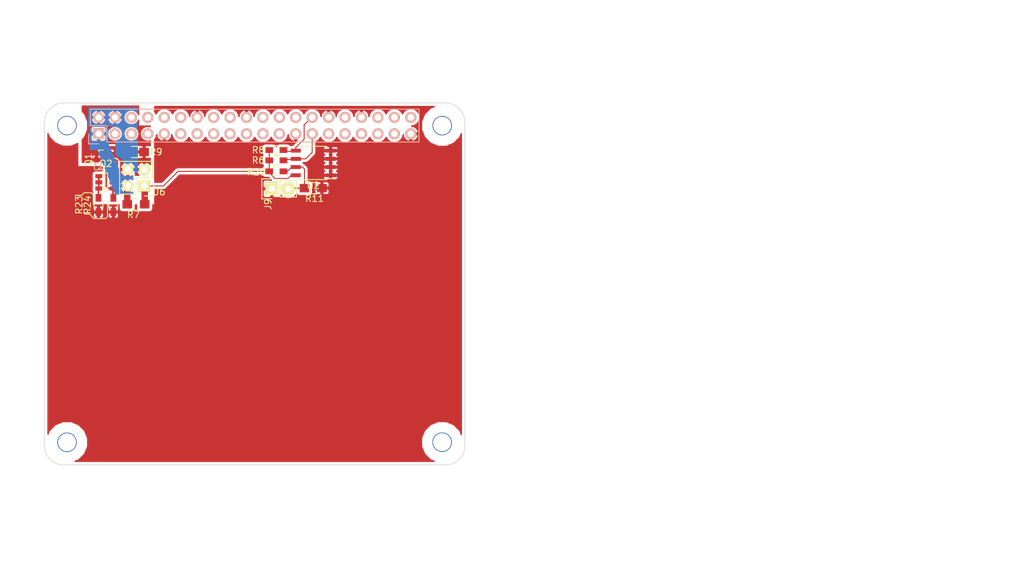
<source format=kicad_pcb>
(kicad_pcb (version 4) (host pcbnew 4.0.4-stable)

  (general
    (links 42)
    (no_connects 0)
    (area 78.496355 60.76761 143.596357 116.867612)
    (thickness 1.6)
    (drawings 67)
    (tracks 64)
    (zones 0)
    (modules 18)
    (nets 11)
  )

  (page A4)
  (layers
    (0 F.Cu signal)
    (1 In1.Cu signal hide)
    (2 In2.Cu signal hide)
    (31 B.Cu signal hide)
    (32 B.Adhes user)
    (33 F.Adhes user)
    (34 B.Paste user)
    (35 F.Paste user)
    (36 B.SilkS user hide)
    (37 F.SilkS user)
    (38 B.Mask user)
    (39 F.Mask user)
    (40 Dwgs.User user)
    (41 Cmts.User user)
    (42 Eco1.User user hide)
    (43 Eco2.User user hide)
    (44 Edge.Cuts user)
    (45 Margin user hide)
    (46 B.CrtYd user hide)
    (47 F.CrtYd user hide)
    (48 B.Fab user hide)
    (49 F.Fab user hide)
  )

  (setup
    (last_trace_width 0.25)
    (user_trace_width 0.15)
    (user_trace_width 0.2)
    (user_trace_width 0.25)
    (user_trace_width 0.4)
    (user_trace_width 0.5)
    (user_trace_width 0.6)
    (user_trace_width 1)
    (user_trace_width 2)
    (trace_clearance 0.2)
    (zone_clearance 0.2)
    (zone_45_only yes)
    (trace_min 0.15)
    (segment_width 0.15)
    (edge_width 0.15)
    (via_size 0.4)
    (via_drill 0.2)
    (via_min_size 0.4)
    (via_min_drill 0.2)
    (uvia_size 0.3)
    (uvia_drill 0.1)
    (uvias_allowed no)
    (uvia_min_size 0.2)
    (uvia_min_drill 0.1)
    (pcb_text_width 0.3)
    (pcb_text_size 1.5 1.5)
    (mod_edge_width 0.15)
    (mod_text_size 1 1)
    (mod_text_width 0.15)
    (pad_size 1.524 1.524)
    (pad_drill 0.762)
    (pad_to_mask_clearance 0.2)
    (aux_axis_origin 0 0)
    (visible_elements 7FFEFE3F)
    (pcbplotparams
      (layerselection 0x010f8_80000007)
      (usegerberextensions false)
      (excludeedgelayer false)
      (linewidth 0.100000)
      (plotframeref false)
      (viasonmask false)
      (mode 1)
      (useauxorigin false)
      (hpglpennumber 1)
      (hpglpenspeed 20)
      (hpglpendiameter 15)
      (hpglpenoverlay 2)
      (psnegative false)
      (psa4output false)
      (plotreference true)
      (plotvalue false)
      (plotinvisibletext false)
      (padsonsilk true)
      (subtractmaskfromsilk false)
      (outputformat 1)
      (mirror false)
      (drillshape 0)
      (scaleselection 1)
      (outputdirectory prod))
  )

  (net 0 "")
  (net 1 GND)
  (net 2 /ID_SD_EEPROM)
  (net 3 /ID_SC_EEPROM)
  (net 4 "Net-(Q1-Pad1)")
  (net 5 "Net-(Q2-Pad1)")
  (net 6 /P3V3_HAT)
  (net 7 /P5V_HAT)
  (net 8 /P3V3)
  (net 9 /P5V)
  (net 10 "Net-(J9-Pad2)")

  (net_class Default "This is the default net class."
    (clearance 0.2)
    (trace_width 0.15)
    (via_dia 0.4)
    (via_drill 0.2)
    (uvia_dia 0.3)
    (uvia_drill 0.1)
    (add_net /ID_SC_EEPROM)
    (add_net /ID_SD_EEPROM)
    (add_net /P3V3)
    (add_net /P3V3_HAT)
    (add_net /P5V)
    (add_net /P5V_HAT)
    (add_net GND)
    (add_net "Net-(J9-Pad2)")
    (add_net "Net-(Q1-Pad1)")
    (add_net "Net-(Q2-Pad1)")
  )

  (module Housings_SOIC:SOIC-8_3.9x4.9mm_Pitch1.27mm (layer F.Cu) (tedit 54130A77) (tstamp 58E39F92)
    (at 120.1 70.1 180)
    (descr "8-Lead Plastic Small Outline (SN) - Narrow, 3.90 mm Body [SOIC] (see Microchip Packaging Specification 00000049BS.pdf)")
    (tags "SOIC 1.27")
    (path /58E1713F)
    (attr smd)
    (fp_text reference U2 (at 0 -3.5 180) (layer F.SilkS)
      (effects (font (size 1 1) (thickness 0.15)))
    )
    (fp_text value CAT24C32 (at 0 3.5 180) (layer F.Fab)
      (effects (font (size 1 1) (thickness 0.15)))
    )
    (fp_line (start -3.75 -2.75) (end -3.75 2.75) (layer F.CrtYd) (width 0.05))
    (fp_line (start 3.75 -2.75) (end 3.75 2.75) (layer F.CrtYd) (width 0.05))
    (fp_line (start -3.75 -2.75) (end 3.75 -2.75) (layer F.CrtYd) (width 0.05))
    (fp_line (start -3.75 2.75) (end 3.75 2.75) (layer F.CrtYd) (width 0.05))
    (fp_line (start -2.075 -2.575) (end -2.075 -2.43) (layer F.SilkS) (width 0.15))
    (fp_line (start 2.075 -2.575) (end 2.075 -2.43) (layer F.SilkS) (width 0.15))
    (fp_line (start 2.075 2.575) (end 2.075 2.43) (layer F.SilkS) (width 0.15))
    (fp_line (start -2.075 2.575) (end -2.075 2.43) (layer F.SilkS) (width 0.15))
    (fp_line (start -2.075 -2.575) (end 2.075 -2.575) (layer F.SilkS) (width 0.15))
    (fp_line (start -2.075 2.575) (end 2.075 2.575) (layer F.SilkS) (width 0.15))
    (fp_line (start -2.075 -2.43) (end -3.475 -2.43) (layer F.SilkS) (width 0.15))
    (pad 1 smd rect (at -2.7 -1.905 180) (size 1.55 0.6) (layers F.Cu F.Paste F.Mask)
      (net 1 GND))
    (pad 2 smd rect (at -2.7 -0.635 180) (size 1.55 0.6) (layers F.Cu F.Paste F.Mask)
      (net 1 GND))
    (pad 3 smd rect (at -2.7 0.635 180) (size 1.55 0.6) (layers F.Cu F.Paste F.Mask)
      (net 1 GND))
    (pad 4 smd rect (at -2.7 1.905 180) (size 1.55 0.6) (layers F.Cu F.Paste F.Mask)
      (net 1 GND))
    (pad 5 smd rect (at 2.7 1.905 180) (size 1.55 0.6) (layers F.Cu F.Paste F.Mask)
      (net 3 /ID_SC_EEPROM))
    (pad 6 smd rect (at 2.7 0.635 180) (size 1.55 0.6) (layers F.Cu F.Paste F.Mask)
      (net 2 /ID_SD_EEPROM))
    (pad 7 smd rect (at 2.7 -0.635 180) (size 1.55 0.6) (layers F.Cu F.Paste F.Mask)
      (net 10 "Net-(J9-Pad2)"))
    (pad 8 smd rect (at 2.7 -1.905 180) (size 1.55 0.6) (layers F.Cu F.Paste F.Mask)
      (net 8 /P3V3))
    (model Housings_SOIC.3dshapes/SOIC-8_3.9x4.9mm_Pitch1.27mm.wrl
      (at (xyz 0 0 0))
      (scale (xyz 1 1 1))
      (rotate (xyz 0 0 0))
    )
  )

  (module Pin_Headers:Pin_Header_Straight_2x02 placed (layer F.Cu) (tedit 58E3A479) (tstamp 58E1D9D8)
    (at 93.98 73.66 180)
    (descr "Through hole pin header")
    (tags "pin header")
    (path /58E13683)
    (fp_text reference J6 (at -2.42 -0.94 180) (layer F.SilkS)
      (effects (font (size 1 1) (thickness 0.15)))
    )
    (fp_text value CONN_02X02 (at 0 -3.1 180) (layer F.Fab)
      (effects (font (size 1 1) (thickness 0.15)))
    )
    (fp_line (start -1.75 -1.75) (end -1.75 4.3) (layer F.CrtYd) (width 0.05))
    (fp_line (start 4.3 -1.75) (end 4.3 4.3) (layer F.CrtYd) (width 0.05))
    (fp_line (start -1.75 -1.75) (end 4.3 -1.75) (layer F.CrtYd) (width 0.05))
    (fp_line (start -1.75 4.3) (end 4.3 4.3) (layer F.CrtYd) (width 0.05))
    (fp_line (start -1.55 0) (end -1.55 -1.55) (layer F.SilkS) (width 0.15))
    (fp_line (start 0 -1.55) (end -1.55 -1.55) (layer F.SilkS) (width 0.15))
    (fp_line (start -1.27 1.27) (end 1.27 1.27) (layer F.SilkS) (width 0.15))
    (fp_line (start 1.27 1.27) (end 1.27 -1.27) (layer F.SilkS) (width 0.15))
    (fp_line (start 1.27 -1.27) (end 3.81 -1.27) (layer F.SilkS) (width 0.15))
    (fp_line (start 3.81 -1.27) (end 3.81 3.81) (layer F.SilkS) (width 0.15))
    (fp_line (start 3.81 3.81) (end -1.27 3.81) (layer F.SilkS) (width 0.15))
    (fp_line (start -1.27 3.81) (end -1.27 1.27) (layer F.SilkS) (width 0.15))
    (pad 1 thru_hole rect (at 0 0 180) (size 1.7272 1.7272) (drill 1.016) (layers *.Cu *.Mask F.SilkS)
      (net 8 /P3V3))
    (pad 2 thru_hole oval (at 2.54 0 180) (size 1.7272 1.7272) (drill 1.016) (layers *.Cu *.Mask F.SilkS)
      (net 6 /P3V3_HAT))
    (pad 3 thru_hole oval (at 0 2.54 180) (size 1.7272 1.7272) (drill 1.016) (layers *.Cu *.Mask F.SilkS)
      (net 9 /P5V))
    (pad 4 thru_hole oval (at 2.54 2.54 180) (size 1.7272 1.7272) (drill 1.016) (layers *.Cu *.Mask F.SilkS)
      (net 7 /P5V_HAT))
    (model Pin_Headers.3dshapes/Pin_Header_Straight_2x02.wrl
      (at (xyz 0.05 -0.05 0))
      (scale (xyz 1 1 1))
      (rotate (xyz 0 0 90))
    )
  )

  (module Pin_Headers:Pin_Header_Straight_1x02 placed (layer F.Cu) (tedit 58E343F1) (tstamp 58E1D9EE)
    (at 113.7 74.1 90)
    (descr "Through hole pin header")
    (tags "pin header")
    (path /58E18D32)
    (fp_text reference J9 (at -2.4 -0.6 90) (layer F.SilkS)
      (effects (font (size 1 1) (thickness 0.15)))
    )
    (fp_text value CONN_01X02 (at 0 -3.1 90) (layer F.Fab)
      (effects (font (size 1 1) (thickness 0.15)))
    )
    (fp_line (start 1.27 1.27) (end 1.27 3.81) (layer F.SilkS) (width 0.15))
    (fp_line (start 1.55 -1.55) (end 1.55 0) (layer F.SilkS) (width 0.15))
    (fp_line (start -1.75 -1.75) (end -1.75 4.3) (layer F.CrtYd) (width 0.05))
    (fp_line (start 1.75 -1.75) (end 1.75 4.3) (layer F.CrtYd) (width 0.05))
    (fp_line (start -1.75 -1.75) (end 1.75 -1.75) (layer F.CrtYd) (width 0.05))
    (fp_line (start -1.75 4.3) (end 1.75 4.3) (layer F.CrtYd) (width 0.05))
    (fp_line (start 1.27 1.27) (end -1.27 1.27) (layer F.SilkS) (width 0.15))
    (fp_line (start -1.55 0) (end -1.55 -1.55) (layer F.SilkS) (width 0.15))
    (fp_line (start -1.55 -1.55) (end 1.55 -1.55) (layer F.SilkS) (width 0.15))
    (fp_line (start -1.27 1.27) (end -1.27 3.81) (layer F.SilkS) (width 0.15))
    (fp_line (start -1.27 3.81) (end 1.27 3.81) (layer F.SilkS) (width 0.15))
    (pad 1 thru_hole rect (at 0 0 90) (size 2.032 2.032) (drill 1.016) (layers *.Cu *.Mask F.SilkS)
      (net 1 GND))
    (pad 2 thru_hole oval (at 0 2.54 90) (size 2.032 2.032) (drill 1.016) (layers *.Cu *.Mask F.SilkS)
      (net 10 "Net-(J9-Pad2)"))
    (model Pin_Headers.3dshapes/Pin_Header_Straight_1x02.wrl
      (at (xyz 0 -0.05 0))
      (scale (xyz 1 1 1))
      (rotate (xyz 0 0 90))
    )
  )

  (module Resistors_SMD:R_0603_HandSoldering placed (layer F.Cu) (tedit 58E34419) (tstamp 58E1DA23)
    (at 114.4 69.7)
    (descr "Resistor SMD 0603, hand soldering")
    (tags "resistor 0603")
    (path /58E17715)
    (attr smd)
    (fp_text reference R6 (at -2.8 0) (layer F.SilkS)
      (effects (font (size 1 1) (thickness 0.15)))
    )
    (fp_text value 3.9K (at 0 1.9) (layer F.Fab)
      (effects (font (size 1 1) (thickness 0.15)))
    )
    (fp_line (start -2 -0.8) (end 2 -0.8) (layer F.CrtYd) (width 0.05))
    (fp_line (start -2 0.8) (end 2 0.8) (layer F.CrtYd) (width 0.05))
    (fp_line (start -2 -0.8) (end -2 0.8) (layer F.CrtYd) (width 0.05))
    (fp_line (start 2 -0.8) (end 2 0.8) (layer F.CrtYd) (width 0.05))
    (fp_line (start 0.5 0.675) (end -0.5 0.675) (layer F.SilkS) (width 0.15))
    (fp_line (start -0.5 -0.675) (end 0.5 -0.675) (layer F.SilkS) (width 0.15))
    (pad 1 smd rect (at -1.1 0) (size 1.2 0.9) (layers F.Cu F.Paste F.Mask)
      (net 8 /P3V3))
    (pad 2 smd rect (at 1.1 0) (size 1.2 0.9) (layers F.Cu F.Paste F.Mask)
      (net 2 /ID_SD_EEPROM))
    (model Resistors_SMD.3dshapes/R_0603_HandSoldering.wrl
      (at (xyz 0 0 0))
      (scale (xyz 1 1 1))
      (rotate (xyz 0 0 0))
    )
  )

  (module Resistors_SMD:R_0805_HandSoldering placed (layer F.Cu) (tedit 58E3444D) (tstamp 58E1DA29)
    (at 92.7 76.5)
    (descr "Resistor SMD 0805, hand soldering")
    (tags "resistor 0805")
    (path /58E22085)
    (attr smd)
    (fp_text reference R7 (at -0.4 1.6) (layer F.SilkS)
      (effects (font (size 1 1) (thickness 0.15)))
    )
    (fp_text value DNP (at 0 2.1) (layer F.Fab)
      (effects (font (size 1 1) (thickness 0.15)))
    )
    (fp_line (start -2.4 -1) (end 2.4 -1) (layer F.CrtYd) (width 0.05))
    (fp_line (start -2.4 1) (end 2.4 1) (layer F.CrtYd) (width 0.05))
    (fp_line (start -2.4 -1) (end -2.4 1) (layer F.CrtYd) (width 0.05))
    (fp_line (start 2.4 -1) (end 2.4 1) (layer F.CrtYd) (width 0.05))
    (fp_line (start 0.6 0.875) (end -0.6 0.875) (layer F.SilkS) (width 0.15))
    (fp_line (start -0.6 -0.875) (end 0.6 -0.875) (layer F.SilkS) (width 0.15))
    (pad 1 smd rect (at -1.35 0) (size 1.5 1.3) (layers F.Cu F.Paste F.Mask)
      (net 6 /P3V3_HAT))
    (pad 2 smd rect (at 1.35 0) (size 1.5 1.3) (layers F.Cu F.Paste F.Mask)
      (net 8 /P3V3))
    (model Resistors_SMD.3dshapes/R_0805_HandSoldering.wrl
      (at (xyz 0 0 0))
      (scale (xyz 1 1 1))
      (rotate (xyz 0 0 0))
    )
  )

  (module Resistors_SMD:R_0603_HandSoldering placed (layer F.Cu) (tedit 58E3441D) (tstamp 58E1DA2F)
    (at 114.4 68.1)
    (descr "Resistor SMD 0603, hand soldering")
    (tags "resistor 0603")
    (path /58E17720)
    (attr smd)
    (fp_text reference R8 (at -2.8 0) (layer F.SilkS)
      (effects (font (size 1 1) (thickness 0.15)))
    )
    (fp_text value 3.9K (at 0 1.9) (layer F.Fab)
      (effects (font (size 1 1) (thickness 0.15)))
    )
    (fp_line (start -2 -0.8) (end 2 -0.8) (layer F.CrtYd) (width 0.05))
    (fp_line (start -2 0.8) (end 2 0.8) (layer F.CrtYd) (width 0.05))
    (fp_line (start -2 -0.8) (end -2 0.8) (layer F.CrtYd) (width 0.05))
    (fp_line (start 2 -0.8) (end 2 0.8) (layer F.CrtYd) (width 0.05))
    (fp_line (start 0.5 0.675) (end -0.5 0.675) (layer F.SilkS) (width 0.15))
    (fp_line (start -0.5 -0.675) (end 0.5 -0.675) (layer F.SilkS) (width 0.15))
    (pad 1 smd rect (at -1.1 0) (size 1.2 0.9) (layers F.Cu F.Paste F.Mask)
      (net 8 /P3V3))
    (pad 2 smd rect (at 1.1 0) (size 1.2 0.9) (layers F.Cu F.Paste F.Mask)
      (net 3 /ID_SC_EEPROM))
    (model Resistors_SMD.3dshapes/R_0603_HandSoldering.wrl
      (at (xyz 0 0 0))
      (scale (xyz 1 1 1))
      (rotate (xyz 0 0 0))
    )
  )

  (module Resistors_SMD:R_0805_HandSoldering placed (layer F.Cu) (tedit 58E343AD) (tstamp 58E1DA35)
    (at 92.6 68.4)
    (descr "Resistor SMD 0805, hand soldering")
    (tags "resistor 0805")
    (path /58E2218F)
    (attr smd)
    (fp_text reference R9 (at 3.2 0) (layer F.SilkS)
      (effects (font (size 1 1) (thickness 0.15)))
    )
    (fp_text value DNP (at 0 2.1) (layer F.Fab)
      (effects (font (size 1 1) (thickness 0.15)))
    )
    (fp_line (start -2.4 -1) (end 2.4 -1) (layer F.CrtYd) (width 0.05))
    (fp_line (start -2.4 1) (end 2.4 1) (layer F.CrtYd) (width 0.05))
    (fp_line (start -2.4 -1) (end -2.4 1) (layer F.CrtYd) (width 0.05))
    (fp_line (start 2.4 -1) (end 2.4 1) (layer F.CrtYd) (width 0.05))
    (fp_line (start 0.6 0.875) (end -0.6 0.875) (layer F.SilkS) (width 0.15))
    (fp_line (start -0.6 -0.875) (end 0.6 -0.875) (layer F.SilkS) (width 0.15))
    (pad 1 smd rect (at -1.35 0) (size 1.5 1.3) (layers F.Cu F.Paste F.Mask)
      (net 7 /P5V_HAT))
    (pad 2 smd rect (at 1.35 0) (size 1.5 1.3) (layers F.Cu F.Paste F.Mask)
      (net 9 /P5V))
    (model Resistors_SMD.3dshapes/R_0805_HandSoldering.wrl
      (at (xyz 0 0 0))
      (scale (xyz 1 1 1))
      (rotate (xyz 0 0 0))
    )
  )

  (module Resistors_SMD:R_0805_HandSoldering placed (layer F.Cu) (tedit 58E3442E) (tstamp 58E1DA41)
    (at 120.1 74)
    (descr "Resistor SMD 0805, hand soldering")
    (tags "resistor 0805")
    (path /58E22900)
    (attr smd)
    (fp_text reference R11 (at 0.2 1.6) (layer F.SilkS)
      (effects (font (size 1 1) (thickness 0.15)))
    )
    (fp_text value DNP (at 0 2.1) (layer F.Fab)
      (effects (font (size 1 1) (thickness 0.15)))
    )
    (fp_line (start -2.4 -1) (end 2.4 -1) (layer F.CrtYd) (width 0.05))
    (fp_line (start -2.4 1) (end 2.4 1) (layer F.CrtYd) (width 0.05))
    (fp_line (start -2.4 -1) (end -2.4 1) (layer F.CrtYd) (width 0.05))
    (fp_line (start 2.4 -1) (end 2.4 1) (layer F.CrtYd) (width 0.05))
    (fp_line (start 0.6 0.875) (end -0.6 0.875) (layer F.SilkS) (width 0.15))
    (fp_line (start -0.6 -0.875) (end 0.6 -0.875) (layer F.SilkS) (width 0.15))
    (pad 1 smd rect (at -1.35 0) (size 1.5 1.3) (layers F.Cu F.Paste F.Mask)
      (net 10 "Net-(J9-Pad2)"))
    (pad 2 smd rect (at 1.35 0) (size 1.5 1.3) (layers F.Cu F.Paste F.Mask)
      (net 1 GND))
    (model Resistors_SMD.3dshapes/R_0805_HandSoldering.wrl
      (at (xyz 0 0 0))
      (scale (xyz 1 1 1))
      (rotate (xyz 0 0 0))
    )
  )

  (module Resistors_SMD:R_0603_HandSoldering placed (layer F.Cu) (tedit 58E3446A) (tstamp 58E1DA89)
    (at 86.9 76.6 270)
    (descr "Resistor SMD 0603, hand soldering")
    (tags "resistor 0603")
    (path /58E15896)
    (attr smd)
    (fp_text reference R23 (at 0 3 270) (layer F.SilkS)
      (effects (font (size 1 1) (thickness 0.15)))
    )
    (fp_text value 22 (at 0 1.9 270) (layer F.Fab)
      (effects (font (size 1 1) (thickness 0.15)))
    )
    (fp_line (start -2 -0.8) (end 2 -0.8) (layer F.CrtYd) (width 0.05))
    (fp_line (start -2 0.8) (end 2 0.8) (layer F.CrtYd) (width 0.05))
    (fp_line (start -2 -0.8) (end -2 0.8) (layer F.CrtYd) (width 0.05))
    (fp_line (start 2 -0.8) (end 2 0.8) (layer F.CrtYd) (width 0.05))
    (fp_line (start 0.5 0.675) (end -0.5 0.675) (layer F.SilkS) (width 0.15))
    (fp_line (start -0.5 -0.675) (end 0.5 -0.675) (layer F.SilkS) (width 0.15))
    (pad 1 smd rect (at -1.1 0 270) (size 1.2 0.9) (layers F.Cu F.Paste F.Mask)
      (net 5 "Net-(Q2-Pad1)"))
    (pad 2 smd rect (at 1.1 0 270) (size 1.2 0.9) (layers F.Cu F.Paste F.Mask)
      (net 1 GND))
    (model Resistors_SMD.3dshapes/R_0603_HandSoldering.wrl
      (at (xyz 0 0 0))
      (scale (xyz 1 1 1))
      (rotate (xyz 0 0 0))
    )
  )

  (module Resistors_SMD:R_0603_HandSoldering placed (layer F.Cu) (tedit 58E34465) (tstamp 58E1DA8F)
    (at 89.2 76.6 270)
    (descr "Resistor SMD 0603, hand soldering")
    (tags "resistor 0603")
    (path /58E158A1)
    (attr smd)
    (fp_text reference R24 (at 0 4 270) (layer F.SilkS)
      (effects (font (size 1 1) (thickness 0.15)))
    )
    (fp_text value 22 (at 0 1.9 270) (layer F.Fab)
      (effects (font (size 1 1) (thickness 0.15)))
    )
    (fp_line (start -2 -0.8) (end 2 -0.8) (layer F.CrtYd) (width 0.05))
    (fp_line (start -2 0.8) (end 2 0.8) (layer F.CrtYd) (width 0.05))
    (fp_line (start -2 -0.8) (end -2 0.8) (layer F.CrtYd) (width 0.05))
    (fp_line (start 2 -0.8) (end 2 0.8) (layer F.CrtYd) (width 0.05))
    (fp_line (start 0.5 0.675) (end -0.5 0.675) (layer F.SilkS) (width 0.15))
    (fp_line (start -0.5 -0.675) (end 0.5 -0.675) (layer F.SilkS) (width 0.15))
    (pad 1 smd rect (at -1.1 0 270) (size 1.2 0.9) (layers F.Cu F.Paste F.Mask)
      (net 4 "Net-(Q1-Pad1)"))
    (pad 2 smd rect (at 1.1 0 270) (size 1.2 0.9) (layers F.Cu F.Paste F.Mask)
      (net 1 GND))
    (model Resistors_SMD.3dshapes/R_0603_HandSoldering.wrl
      (at (xyz 0 0 0))
      (scale (xyz 1 1 1))
      (rotate (xyz 0 0 0))
    )
  )

  (module Resistors_SMD:R_0603_HandSoldering placed (layer F.Cu) (tedit 58E34425) (tstamp 58E1DAAD)
    (at 114.4 71.4)
    (descr "Resistor SMD 0603, hand soldering")
    (tags "resistor 0603")
    (path /58E19E51)
    (attr smd)
    (fp_text reference R29 (at -3.1 0.1) (layer F.SilkS)
      (effects (font (size 1 1) (thickness 0.15)))
    )
    (fp_text value 10K (at 0 1.9) (layer F.Fab)
      (effects (font (size 1 1) (thickness 0.15)))
    )
    (fp_line (start -2 -0.8) (end 2 -0.8) (layer F.CrtYd) (width 0.05))
    (fp_line (start -2 0.8) (end 2 0.8) (layer F.CrtYd) (width 0.05))
    (fp_line (start -2 -0.8) (end -2 0.8) (layer F.CrtYd) (width 0.05))
    (fp_line (start 2 -0.8) (end 2 0.8) (layer F.CrtYd) (width 0.05))
    (fp_line (start 0.5 0.675) (end -0.5 0.675) (layer F.SilkS) (width 0.15))
    (fp_line (start -0.5 -0.675) (end 0.5 -0.675) (layer F.SilkS) (width 0.15))
    (pad 1 smd rect (at -1.1 0) (size 1.2 0.9) (layers F.Cu F.Paste F.Mask)
      (net 8 /P3V3))
    (pad 2 smd rect (at 1.1 0) (size 1.2 0.9) (layers F.Cu F.Paste F.Mask)
      (net 10 "Net-(J9-Pad2)"))
    (model Resistors_SMD.3dshapes/R_0603_HandSoldering.wrl
      (at (xyz 0 0 0))
      (scale (xyz 1 1 1))
      (rotate (xyz 0 0 0))
    )
  )

  (module Socket_Strips:Socket_Strip_Straight_2x20 locked (layer B.Cu) (tedit 0) (tstamp 58E39F58)
    (at 86.92 65.59)
    (descr "Through hole socket strip")
    (tags "socket strip")
    (path /58DFC771)
    (fp_text reference J3 (at 0 5.1) (layer B.SilkS)
      (effects (font (size 1 1) (thickness 0.15)) (justify mirror))
    )
    (fp_text value 40HAT (at 0 3.1) (layer B.Fab)
      (effects (font (size 1 1) (thickness 0.15)) (justify mirror))
    )
    (fp_line (start -1.75 1.75) (end -1.75 -4.3) (layer B.CrtYd) (width 0.05))
    (fp_line (start 50.05 1.75) (end 50.05 -4.3) (layer B.CrtYd) (width 0.05))
    (fp_line (start -1.75 1.75) (end 50.05 1.75) (layer B.CrtYd) (width 0.05))
    (fp_line (start -1.75 -4.3) (end 50.05 -4.3) (layer B.CrtYd) (width 0.05))
    (fp_line (start 49.53 -3.81) (end -1.27 -3.81) (layer B.SilkS) (width 0.15))
    (fp_line (start 1.27 1.27) (end 49.53 1.27) (layer B.SilkS) (width 0.15))
    (fp_line (start 49.53 -3.81) (end 49.53 1.27) (layer B.SilkS) (width 0.15))
    (fp_line (start -1.27 -3.81) (end -1.27 -1.27) (layer B.SilkS) (width 0.15))
    (fp_line (start 0 1.55) (end -1.55 1.55) (layer B.SilkS) (width 0.15))
    (fp_line (start -1.27 -1.27) (end 1.27 -1.27) (layer B.SilkS) (width 0.15))
    (fp_line (start 1.27 -1.27) (end 1.27 1.27) (layer B.SilkS) (width 0.15))
    (fp_line (start -1.55 1.55) (end -1.55 0) (layer B.SilkS) (width 0.15))
    (pad 1 thru_hole rect (at 0 0) (size 1.7272 1.7272) (drill 1.016) (layers *.Cu *.Mask B.SilkS)
      (net 6 /P3V3_HAT))
    (pad 2 thru_hole oval (at 0 -2.54) (size 1.7272 1.7272) (drill 1.016) (layers *.Cu *.Mask B.SilkS)
      (net 7 /P5V_HAT))
    (pad 3 thru_hole oval (at 2.54 0) (size 1.7272 1.7272) (drill 1.016) (layers *.Cu *.Mask B.SilkS))
    (pad 4 thru_hole oval (at 2.54 -2.54) (size 1.7272 1.7272) (drill 1.016) (layers *.Cu *.Mask B.SilkS)
      (net 7 /P5V_HAT))
    (pad 5 thru_hole oval (at 5.08 0) (size 1.7272 1.7272) (drill 1.016) (layers *.Cu *.Mask B.SilkS))
    (pad 6 thru_hole oval (at 5.08 -2.54) (size 1.7272 1.7272) (drill 1.016) (layers *.Cu *.Mask B.SilkS)
      (net 1 GND))
    (pad 7 thru_hole oval (at 7.62 0) (size 1.7272 1.7272) (drill 1.016) (layers *.Cu *.Mask B.SilkS))
    (pad 8 thru_hole oval (at 7.62 -2.54) (size 1.7272 1.7272) (drill 1.016) (layers *.Cu *.Mask B.SilkS))
    (pad 9 thru_hole oval (at 10.16 0) (size 1.7272 1.7272) (drill 1.016) (layers *.Cu *.Mask B.SilkS)
      (net 1 GND))
    (pad 10 thru_hole oval (at 10.16 -2.54) (size 1.7272 1.7272) (drill 1.016) (layers *.Cu *.Mask B.SilkS))
    (pad 11 thru_hole oval (at 12.7 0) (size 1.7272 1.7272) (drill 1.016) (layers *.Cu *.Mask B.SilkS))
    (pad 12 thru_hole oval (at 12.7 -2.54) (size 1.7272 1.7272) (drill 1.016) (layers *.Cu *.Mask B.SilkS))
    (pad 13 thru_hole oval (at 15.24 0) (size 1.7272 1.7272) (drill 1.016) (layers *.Cu *.Mask B.SilkS))
    (pad 14 thru_hole oval (at 15.24 -2.54) (size 1.7272 1.7272) (drill 1.016) (layers *.Cu *.Mask B.SilkS)
      (net 1 GND))
    (pad 15 thru_hole oval (at 17.78 0) (size 1.7272 1.7272) (drill 1.016) (layers *.Cu *.Mask B.SilkS))
    (pad 16 thru_hole oval (at 17.78 -2.54) (size 1.7272 1.7272) (drill 1.016) (layers *.Cu *.Mask B.SilkS))
    (pad 17 thru_hole oval (at 20.32 0) (size 1.7272 1.7272) (drill 1.016) (layers *.Cu *.Mask B.SilkS))
    (pad 18 thru_hole oval (at 20.32 -2.54) (size 1.7272 1.7272) (drill 1.016) (layers *.Cu *.Mask B.SilkS))
    (pad 19 thru_hole oval (at 22.86 0) (size 1.7272 1.7272) (drill 1.016) (layers *.Cu *.Mask B.SilkS))
    (pad 20 thru_hole oval (at 22.86 -2.54) (size 1.7272 1.7272) (drill 1.016) (layers *.Cu *.Mask B.SilkS)
      (net 1 GND))
    (pad 21 thru_hole oval (at 25.4 0) (size 1.7272 1.7272) (drill 1.016) (layers *.Cu *.Mask B.SilkS))
    (pad 22 thru_hole oval (at 25.4 -2.54) (size 1.7272 1.7272) (drill 1.016) (layers *.Cu *.Mask B.SilkS))
    (pad 23 thru_hole oval (at 27.94 0) (size 1.7272 1.7272) (drill 1.016) (layers *.Cu *.Mask B.SilkS))
    (pad 24 thru_hole oval (at 27.94 -2.54) (size 1.7272 1.7272) (drill 1.016) (layers *.Cu *.Mask B.SilkS))
    (pad 25 thru_hole oval (at 30.48 0) (size 1.7272 1.7272) (drill 1.016) (layers *.Cu *.Mask B.SilkS)
      (net 1 GND))
    (pad 26 thru_hole oval (at 30.48 -2.54) (size 1.7272 1.7272) (drill 1.016) (layers *.Cu *.Mask B.SilkS))
    (pad 27 thru_hole oval (at 33.02 0) (size 1.7272 1.7272) (drill 1.016) (layers *.Cu *.Mask B.SilkS)
      (net 2 /ID_SD_EEPROM))
    (pad 28 thru_hole oval (at 33.02 -2.54) (size 1.7272 1.7272) (drill 1.016) (layers *.Cu *.Mask B.SilkS)
      (net 3 /ID_SC_EEPROM))
    (pad 29 thru_hole oval (at 35.56 0) (size 1.7272 1.7272) (drill 1.016) (layers *.Cu *.Mask B.SilkS))
    (pad 30 thru_hole oval (at 35.56 -2.54) (size 1.7272 1.7272) (drill 1.016) (layers *.Cu *.Mask B.SilkS)
      (net 1 GND))
    (pad 31 thru_hole oval (at 38.1 0) (size 1.7272 1.7272) (drill 1.016) (layers *.Cu *.Mask B.SilkS))
    (pad 32 thru_hole oval (at 38.1 -2.54) (size 1.7272 1.7272) (drill 1.016) (layers *.Cu *.Mask B.SilkS))
    (pad 33 thru_hole oval (at 40.64 0) (size 1.7272 1.7272) (drill 1.016) (layers *.Cu *.Mask B.SilkS))
    (pad 34 thru_hole oval (at 40.64 -2.54) (size 1.7272 1.7272) (drill 1.016) (layers *.Cu *.Mask B.SilkS)
      (net 1 GND))
    (pad 35 thru_hole oval (at 43.18 0) (size 1.7272 1.7272) (drill 1.016) (layers *.Cu *.Mask B.SilkS))
    (pad 36 thru_hole oval (at 43.18 -2.54) (size 1.7272 1.7272) (drill 1.016) (layers *.Cu *.Mask B.SilkS))
    (pad 37 thru_hole oval (at 45.72 0) (size 1.7272 1.7272) (drill 1.016) (layers *.Cu *.Mask B.SilkS))
    (pad 38 thru_hole oval (at 45.72 -2.54) (size 1.7272 1.7272) (drill 1.016) (layers *.Cu *.Mask B.SilkS))
    (pad 39 thru_hole oval (at 48.26 0) (size 1.7272 1.7272) (drill 1.016) (layers *.Cu *.Mask B.SilkS)
      (net 1 GND))
    (pad 40 thru_hole oval (at 48.26 -2.54) (size 1.7272 1.7272) (drill 1.016) (layers *.Cu *.Mask B.SilkS))
    (model Socket_Strips.3dshapes/Socket_Strip_Straight_2x20.wrl
      (at (xyz 0.95 -0.05 0))
      (scale (xyz 1 1 1))
      (rotate (xyz 0 0 180))
    )
  )

  (module TO_SOT_Packages_SMD:SOT-23 (layer F.Cu) (tedit 553634F8) (tstamp 58E39F83)
    (at 87.6 69.6 90)
    (descr "SOT-23, Standard")
    (tags SOT-23)
    (path /58E14EB1)
    (attr smd)
    (fp_text reference Q1 (at 0 -2.25 90) (layer F.SilkS)
      (effects (font (size 1 1) (thickness 0.15)))
    )
    (fp_text value DMG2305UX (at 0 2.3 90) (layer F.Fab)
      (effects (font (size 1 1) (thickness 0.15)))
    )
    (fp_line (start -1.65 -1.6) (end 1.65 -1.6) (layer F.CrtYd) (width 0.05))
    (fp_line (start 1.65 -1.6) (end 1.65 1.6) (layer F.CrtYd) (width 0.05))
    (fp_line (start 1.65 1.6) (end -1.65 1.6) (layer F.CrtYd) (width 0.05))
    (fp_line (start -1.65 1.6) (end -1.65 -1.6) (layer F.CrtYd) (width 0.05))
    (fp_line (start 1.29916 -0.65024) (end 1.2509 -0.65024) (layer F.SilkS) (width 0.15))
    (fp_line (start -1.49982 0.0508) (end -1.49982 -0.65024) (layer F.SilkS) (width 0.15))
    (fp_line (start -1.49982 -0.65024) (end -1.2509 -0.65024) (layer F.SilkS) (width 0.15))
    (fp_line (start 1.29916 -0.65024) (end 1.49982 -0.65024) (layer F.SilkS) (width 0.15))
    (fp_line (start 1.49982 -0.65024) (end 1.49982 0.0508) (layer F.SilkS) (width 0.15))
    (pad 1 smd rect (at -0.95 1.00076 90) (size 0.8001 0.8001) (layers F.Cu F.Paste F.Mask)
      (net 4 "Net-(Q1-Pad1)"))
    (pad 2 smd rect (at 0.95 1.00076 90) (size 0.8001 0.8001) (layers F.Cu F.Paste F.Mask)
      (net 7 /P5V_HAT))
    (pad 3 smd rect (at 0 -0.99822 90) (size 0.8001 0.8001) (layers F.Cu F.Paste F.Mask)
      (net 9 /P5V))
    (model TO_SOT_Packages_SMD.3dshapes/SOT-23.wrl
      (at (xyz 0 0 0))
      (scale (xyz 1 1 1))
      (rotate (xyz 0 0 0))
    )
  )

  (module TO_SOT_Packages_SMD:SOT-23-6 (layer F.Cu) (tedit 53DE8DE3) (tstamp 58E39F89)
    (at 88.05 73.1)
    (descr "6-pin SOT-23 package")
    (tags SOT-23-6)
    (path /58E1538B)
    (attr smd)
    (fp_text reference Q2 (at 0 -2.9) (layer F.SilkS)
      (effects (font (size 1 1) (thickness 0.15)))
    )
    (fp_text value DMMT5401 (at 0 2.9) (layer F.Fab)
      (effects (font (size 1 1) (thickness 0.15)))
    )
    (fp_circle (center -0.4 -1.7) (end -0.3 -1.7) (layer F.SilkS) (width 0.15))
    (fp_line (start 0.25 -1.45) (end -0.25 -1.45) (layer F.SilkS) (width 0.15))
    (fp_line (start 0.25 1.45) (end 0.25 -1.45) (layer F.SilkS) (width 0.15))
    (fp_line (start -0.25 1.45) (end 0.25 1.45) (layer F.SilkS) (width 0.15))
    (fp_line (start -0.25 -1.45) (end -0.25 1.45) (layer F.SilkS) (width 0.15))
    (pad 1 smd rect (at -1.1 -0.95) (size 1.06 0.65) (layers F.Cu F.Paste F.Mask)
      (net 5 "Net-(Q2-Pad1)"))
    (pad 2 smd rect (at -1.1 0) (size 1.06 0.65) (layers F.Cu F.Paste F.Mask)
      (net 5 "Net-(Q2-Pad1)"))
    (pad 3 smd rect (at -1.1 0.95) (size 1.06 0.65) (layers F.Cu F.Paste F.Mask)
      (net 5 "Net-(Q2-Pad1)"))
    (pad 4 smd rect (at 1.1 0.95) (size 1.06 0.65) (layers F.Cu F.Paste F.Mask)
      (net 4 "Net-(Q1-Pad1)"))
    (pad 6 smd rect (at 1.1 -0.95) (size 1.06 0.65) (layers F.Cu F.Paste F.Mask)
      (net 9 /P5V))
    (pad 5 smd rect (at 1.1 0) (size 1.06 0.65) (layers F.Cu F.Paste F.Mask)
      (net 7 /P5V_HAT))
    (model TO_SOT_Packages_SMD.3dshapes/SOT-23-6.wrl
      (at (xyz 0 0 0))
      (scale (xyz 1 1 1))
      (rotate (xyz 0 0 0))
    )
  )

  (module project_footprints:NPTH_3mm_ID locked (layer F.Cu) (tedit 58E34364) (tstamp 58E3B082)
    (at 82.04 64.31)
    (path /5834BC4A)
    (fp_text reference H1 (at 0.06 0.09) (layer F.SilkS)
      (effects (font (size 1 1) (thickness 0.15)))
    )
    (fp_text value 3mm_Mounting_Hole (at 0 -2.7) (layer F.Fab)
      (effects (font (size 1 1) (thickness 0.15)))
    )
    (pad "" np_thru_hole circle (at 0 0) (size 3 3) (drill 2.75) (layers *.Cu *.Mask)
      (clearance 1.6))
  )

  (module project_footprints:NPTH_3mm_ID locked (layer F.Cu) (tedit 58E34364) (tstamp 58E3B086)
    (at 140.04 64.33)
    (path /5834BCDF)
    (fp_text reference H2 (at 0.06 0.09) (layer F.SilkS)
      (effects (font (size 1 1) (thickness 0.15)))
    )
    (fp_text value 3mm_Mounting_Hole (at 0 -2.7) (layer F.Fab)
      (effects (font (size 1 1) (thickness 0.15)))
    )
    (pad "" np_thru_hole circle (at 0 0) (size 3 3) (drill 2.75) (layers *.Cu *.Mask)
      (clearance 1.6))
  )

  (module project_footprints:NPTH_3mm_ID locked (layer F.Cu) (tedit 58E34364) (tstamp 58E3B08A)
    (at 82.04 113.32)
    (path /5834BD62)
    (fp_text reference H3 (at 0.06 0.09) (layer F.SilkS)
      (effects (font (size 1 1) (thickness 0.15)))
    )
    (fp_text value 3mm_Mounting_Hole (at 0 -2.7) (layer F.Fab)
      (effects (font (size 1 1) (thickness 0.15)))
    )
    (pad "" np_thru_hole circle (at 0 0) (size 3 3) (drill 2.75) (layers *.Cu *.Mask)
      (clearance 1.6))
  )

  (module project_footprints:NPTH_3mm_ID locked (layer F.Cu) (tedit 58E34364) (tstamp 58E3B08E)
    (at 140.03 113.31)
    (path /5834BDED)
    (fp_text reference H4 (at 0.06 0.09) (layer F.SilkS)
      (effects (font (size 1 1) (thickness 0.15)))
    )
    (fp_text value 3mm_Mounting_Hole (at 0 -2.7) (layer F.Fab)
      (effects (font (size 1 1) (thickness 0.15)))
    )
    (pad "" np_thru_hole circle (at 0 0) (size 3 3) (drill 2.75) (layers *.Cu *.Mask)
      (clearance 1.6))
  )

  (gr_text "If you want to use an SMT 40-pin header, please move the top edge up \nby 0.5mm and locate the header in the same location as the current TH part." (at 117.3 47.5) (layer Cmts.User)
    (effects (font (size 1.5 1.5) (thickness 0.3)))
  )
  (gr_text "This is a HAT compatible PCB starting design based on the official\nRaspberry Pi specs at:\nhttps://github.com/raspberrypi/hats/blob/master/designguide.md\n\nCurrently the camera slot and display cutout are not here. \nSee the schematic for the details on the EEPROM and power setup.\n\nThis board does have the correct components for powering the Pi via\nthe HAT. If you need the Pi to provide 5V or 3.3V, please remove or\nconnect the appropriate components." (at 189.4 83.7) (layer Cmts.User)
    (effects (font (size 1.5 1.5) (thickness 0.3)))
  )
  (gr_line (start 88.4 76.6) (end 88.5 76.6) (angle 90) (layer F.SilkS) (width 0.15))
  (gr_line (start 88.3 76.7) (end 88.4 76.6) (angle 90) (layer F.SilkS) (width 0.15))
  (gr_line (start 88.3 78.4) (end 88.3 76.7) (angle 90) (layer F.SilkS) (width 0.15))
  (gr_line (start 88 78.7) (end 88.3 78.4) (angle 90) (layer F.SilkS) (width 0.15))
  (gr_line (start 86.2 78.7) (end 88 78.7) (angle 90) (layer F.SilkS) (width 0.15))
  (gr_line (start 85.5 78) (end 86.2 78.7) (angle 90) (layer F.SilkS) (width 0.15))
  (gr_line (start 84.7 78) (end 85.5 78) (angle 90) (layer F.SilkS) (width 0.15))
  (gr_line (start 86.1 76.5) (end 86.3 76.5) (angle 90) (layer F.SilkS) (width 0.15))
  (gr_line (start 86.1 75) (end 86.1 76.5) (angle 90) (layer F.SilkS) (width 0.15))
  (gr_line (start 85.8 74.7) (end 86.1 75) (angle 90) (layer F.SilkS) (width 0.15))
  (gr_line (start 84.7 74.7) (end 85.8 74.7) (angle 90) (layer F.SilkS) (width 0.15))
  (gr_line (start 84.3 75.1) (end 84.7 74.7) (angle 90) (layer F.SilkS) (width 0.15))
  (gr_line (start 83.3 75.1) (end 84.3 75.1) (angle 90) (layer F.SilkS) (width 0.15))
  (gr_line (start 78.546356 63.817611) (end 78.546356 113.817611) (layer Edge.Cuts) (width 0.1))
  (gr_arc (start 81.546356 63.817611) (end 81.546356 60.817611) (angle -90) (layer Edge.Cuts) (width 0.1))
  (gr_line (start 140.546356 60.817611) (end 81.546356 60.817611) (layer Edge.Cuts) (width 0.1))
  (gr_arc (start 140.546356 63.817611) (end 143.546356 63.817611) (angle -90) (layer Edge.Cuts) (width 0.1))
  (gr_line (start 143.546356 113.817611) (end 143.546356 63.817611) (layer Edge.Cuts) (width 0.1))
  (gr_circle (center 86.916356 63.047611) (end 87.416356 63.047611) (layer Dwgs.User) (width 0.1))
  (gr_circle (center 135.176356 63.047611) (end 135.676356 63.047611) (layer Dwgs.User) (width 0.1))
  (gr_circle (center 132.636356 63.047611) (end 133.136356 63.047611) (layer Dwgs.User) (width 0.1))
  (gr_circle (center 130.096356 63.047611) (end 130.596356 63.047611) (layer Dwgs.User) (width 0.1))
  (gr_circle (center 127.556356 63.047611) (end 128.056356 63.047611) (layer Dwgs.User) (width 0.1))
  (gr_circle (center 125.016356 63.047611) (end 125.516356 63.047611) (layer Dwgs.User) (width 0.1))
  (gr_circle (center 122.476356 63.047611) (end 122.976356 63.047611) (layer Dwgs.User) (width 0.1))
  (gr_circle (center 119.936356 63.047611) (end 120.436356 63.047611) (layer Dwgs.User) (width 0.1))
  (gr_circle (center 117.396356 63.047611) (end 117.896356 63.047611) (layer Dwgs.User) (width 0.1))
  (gr_circle (center 114.856356 63.047611) (end 115.356356 63.047611) (layer Dwgs.User) (width 0.1))
  (gr_circle (center 112.316356 63.047611) (end 112.816356 63.047611) (layer Dwgs.User) (width 0.1))
  (gr_circle (center 109.776356 63.047611) (end 110.276356 63.047611) (layer Dwgs.User) (width 0.1))
  (gr_circle (center 107.236356 63.047611) (end 107.736356 63.047611) (layer Dwgs.User) (width 0.1))
  (gr_circle (center 104.696356 63.047611) (end 105.196356 63.047611) (layer Dwgs.User) (width 0.1))
  (gr_circle (center 102.156356 63.047611) (end 102.656356 63.047611) (layer Dwgs.User) (width 0.1))
  (gr_circle (center 99.616356 63.047611) (end 100.116356 63.047611) (layer Dwgs.User) (width 0.1))
  (gr_circle (center 97.076356 63.047611) (end 97.576356 63.047611) (layer Dwgs.User) (width 0.1))
  (gr_circle (center 94.536356 63.047611) (end 95.036356 63.047611) (layer Dwgs.User) (width 0.1))
  (gr_circle (center 91.996356 63.047611) (end 92.496356 63.047611) (layer Dwgs.User) (width 0.1))
  (gr_circle (center 89.456356 63.047611) (end 89.956356 63.047611) (layer Dwgs.User) (width 0.1))
  (gr_circle (center 135.176356 65.587611) (end 135.676356 65.587611) (layer Dwgs.User) (width 0.1))
  (gr_circle (center 132.636356 65.587611) (end 133.136356 65.587611) (layer Dwgs.User) (width 0.1))
  (gr_circle (center 130.096356 65.587611) (end 130.596356 65.587611) (layer Dwgs.User) (width 0.1))
  (gr_circle (center 127.556356 65.587611) (end 128.056356 65.587611) (layer Dwgs.User) (width 0.1))
  (gr_circle (center 125.016356 65.587611) (end 125.516356 65.587611) (layer Dwgs.User) (width 0.1))
  (gr_circle (center 122.476356 65.587611) (end 122.976356 65.587611) (layer Dwgs.User) (width 0.1))
  (gr_circle (center 119.936356 65.587611) (end 120.436356 65.587611) (layer Dwgs.User) (width 0.1))
  (gr_circle (center 117.396356 65.587611) (end 117.896356 65.587611) (layer Dwgs.User) (width 0.1))
  (gr_circle (center 114.856356 65.587611) (end 115.356356 65.587611) (layer Dwgs.User) (width 0.1))
  (gr_circle (center 112.316356 65.587611) (end 112.816356 65.587611) (layer Dwgs.User) (width 0.1))
  (gr_circle (center 109.776356 65.587611) (end 110.276356 65.587611) (layer Dwgs.User) (width 0.1))
  (gr_circle (center 107.236356 65.587611) (end 107.736356 65.587611) (layer Dwgs.User) (width 0.1))
  (gr_circle (center 104.696356 65.587611) (end 105.196356 65.587611) (layer Dwgs.User) (width 0.1))
  (gr_circle (center 102.156356 65.587611) (end 102.656356 65.587611) (layer Dwgs.User) (width 0.1))
  (gr_circle (center 99.616356 65.587611) (end 100.116356 65.587611) (layer Dwgs.User) (width 0.1))
  (gr_circle (center 97.076356 65.587611) (end 97.576356 65.587611) (layer Dwgs.User) (width 0.1))
  (gr_circle (center 94.536356 65.587611) (end 95.036356 65.587611) (layer Dwgs.User) (width 0.1))
  (gr_circle (center 91.996356 65.587611) (end 92.496356 65.587611) (layer Dwgs.User) (width 0.1))
  (gr_circle (center 89.456356 65.587611) (end 89.956356 65.587611) (layer Dwgs.User) (width 0.1))
  (gr_circle (center 86.916356 65.587611) (end 87.416356 65.587611) (layer Dwgs.User) (width 0.1))
  (gr_circle (center 140.046356 113.317611) (end 141.421356 113.317611) (layer Dwgs.User) (width 0.1))
  (gr_circle (center 140.046356 64.317611) (end 141.421356 64.317611) (layer Dwgs.User) (width 0.1))
  (gr_circle (center 82.046356 64.317611) (end 83.421356 64.317611) (layer Dwgs.User) (width 0.1))
  (gr_circle (center 82.046356 113.317611) (end 83.421356 113.317611) (layer Dwgs.User) (width 0.1))
  (gr_arc (start 81.546356 113.817611) (end 78.546356 113.817611) (angle -90) (layer Edge.Cuts) (width 0.1))
  (gr_line (start 81.546356 116.817611) (end 140.546356 116.817611) (layer Edge.Cuts) (width 0.1))
  (gr_arc (start 140.546356 113.817611) (end 140.546356 116.817611) (angle -89.9) (layer Edge.Cuts) (width 0.1))

  (segment (start 119.94 65.59) (end 119.94 68.46) (width 0.15) (layer F.Cu) (net 2))
  (segment (start 118.935 69.465) (end 117.4 69.465) (width 0.15) (layer F.Cu) (net 2) (tstamp 58E3A35A))
  (segment (start 119.94 68.46) (end 118.935 69.465) (width 0.15) (layer F.Cu) (net 2) (tstamp 58E3A359))
  (segment (start 117.34 69.565) (end 118.135 69.565) (width 0.25) (layer F.Cu) (net 2))
  (segment (start 119.94 66.06) (end 119.94 65.59) (width 0.25) (layer B.Cu) (net 2) (tstamp 58E26B08) (status 30))
  (segment (start 117.34 69.565) (end 115.635 69.565) (width 0.15) (layer F.Cu) (net 2) (status 20))
  (segment (start 115.635 69.565) (end 115.5 69.7) (width 0.15) (layer F.Cu) (net 2) (tstamp 58E26139) (status 30))
  (segment (start 119.94 63.05) (end 119.85 63.05) (width 0.15) (layer F.Cu) (net 3))
  (segment (start 119.85 63.05) (end 118.7 64.2) (width 0.15) (layer F.Cu) (net 3) (tstamp 58E3A34E))
  (segment (start 117.4 67.7) (end 117.4 68.195) (width 0.15) (layer F.Cu) (net 3) (tstamp 58E3A356))
  (segment (start 118.7 66.4) (end 117.4 67.7) (width 0.15) (layer F.Cu) (net 3) (tstamp 58E3A354))
  (segment (start 118.7 64.2) (end 118.7 66.4) (width 0.15) (layer F.Cu) (net 3) (tstamp 58E3A350))
  (segment (start 117.34 68.295) (end 115.695 68.295) (width 0.15) (layer F.Cu) (net 3) (status 20))
  (segment (start 115.695 68.295) (end 115.5 68.1) (width 0.15) (layer F.Cu) (net 3) (tstamp 58E2613C) (status 30))
  (segment (start 88.60076 70.55) (end 88.60076 70.89924) (width 0.25) (layer F.Cu) (net 4))
  (segment (start 88.60076 70.89924) (end 88.1 71.4) (width 0.25) (layer F.Cu) (net 4) (tstamp 58E3C675))
  (segment (start 88.1 71.4) (end 88.1 73.7) (width 0.25) (layer F.Cu) (net 4) (tstamp 58E3C677))
  (segment (start 88.1 73.7) (end 88.45 74.05) (width 0.25) (layer F.Cu) (net 4) (tstamp 58E3C67B))
  (segment (start 88.45 74.05) (end 89.15 74.05) (width 0.25) (layer F.Cu) (net 4) (tstamp 58E3C67D))
  (segment (start 89.15 74.05) (end 89.15 75.45) (width 0.25) (layer F.Cu) (net 4) (status 30))
  (segment (start 89.15 75.45) (end 89.2 75.5) (width 0.25) (layer F.Cu) (net 4) (tstamp 58E233D9) (status 30))
  (segment (start 86.95 72.15) (end 86.95 73.1) (width 0.25) (layer F.Cu) (net 5) (status 30))
  (segment (start 86.95 73.1) (end 86.95 74.05) (width 0.25) (layer F.Cu) (net 5) (tstamp 58E2337F) (status 30))
  (segment (start 86.95 74.05) (end 86.9 74.1) (width 0.25) (layer F.Cu) (net 5) (tstamp 58E23381) (status 30))
  (segment (start 86.9 74.1) (end 86.9 75.5) (width 0.25) (layer F.Cu) (net 5) (tstamp 58E23382) (status 30))
  (segment (start 91.35 76.5) (end 91.35 73.75) (width 1) (layer F.Cu) (net 6) (status 30))
  (segment (start 91.35 73.75) (end 91.44 73.66) (width 0.25) (layer F.Cu) (net 6) (tstamp 58E23435) (status 30))
  (segment (start 89.15 73.1) (end 89.9 73.1) (width 0.15) (layer F.Cu) (net 7))
  (segment (start 91.44 72.16) (end 91.44 71.12) (width 0.15) (layer F.Cu) (net 7) (tstamp 58E3A45F))
  (segment (start 91.2 72.4) (end 91.44 72.16) (width 0.15) (layer F.Cu) (net 7) (tstamp 58E3A45E))
  (segment (start 90.6 72.4) (end 91.2 72.4) (width 0.15) (layer F.Cu) (net 7) (tstamp 58E3A45C))
  (segment (start 89.9 73.1) (end 90.6 72.4) (width 0.15) (layer F.Cu) (net 7) (tstamp 58E3A45B))
  (segment (start 88.7 68.65) (end 88.7 68.6) (width 0.6) (layer F.Cu) (net 7) (status 30))
  (segment (start 113.3 71.4) (end 99.2 71.4) (width 0.15) (layer F.Cu) (net 8))
  (segment (start 96.94 73.66) (end 93.98 73.66) (width 0.15) (layer F.Cu) (net 8) (tstamp 58E3A373))
  (segment (start 99.2 71.4) (end 96.94 73.66) (width 0.15) (layer F.Cu) (net 8) (tstamp 58E3A36B))
  (segment (start 117.4 72.005) (end 116.695 72.005) (width 0.15) (layer F.Cu) (net 8))
  (segment (start 116.695 72.005) (end 116.2 72.5) (width 0.15) (layer F.Cu) (net 8) (tstamp 58E3A2E7))
  (segment (start 116.2 72.5) (end 114.2 72.5) (width 0.15) (layer F.Cu) (net 8) (tstamp 58E3A2E9))
  (segment (start 114.2 72.5) (end 113.3 71.6) (width 0.15) (layer F.Cu) (net 8) (tstamp 58E3A2EC))
  (segment (start 113.3 71.6) (end 113.3 71.4) (width 0.15) (layer F.Cu) (net 8) (tstamp 58E3A2ED))
  (segment (start 113.3 68.1) (end 113.3 69.7) (width 0.15) (layer F.Cu) (net 8) (status 30))
  (segment (start 113.3 69.7) (end 113.3 71.4) (width 0.15) (layer F.Cu) (net 8) (tstamp 58E26121) (status 30))
  (segment (start 94.05 76.5) (end 94.05 73.73) (width 1) (layer F.Cu) (net 8) (status 30))
  (segment (start 94.05 73.73) (end 93.98 73.66) (width 0.15) (layer F.Cu) (net 8) (tstamp 58E26115) (status 30))
  (segment (start 93.98 71.12) (end 93.98 68.43) (width 0.25) (layer F.Cu) (net 9) (status 30))
  (segment (start 93.98 68.43) (end 93.95 68.4) (width 0.25) (layer F.Cu) (net 9) (tstamp 58E23683) (status 30))
  (segment (start 94.15 68.6) (end 93.95 68.4) (width 0.25) (layer F.Cu) (net 9) (tstamp 58E23679) (status 30))
  (segment (start 86.5 69.6) (end 89.5 69.6) (width 0.25) (layer F.Cu) (net 9) (status 10))
  (segment (start 89.8 71.3) (end 89.15 71.95) (width 0.25) (layer F.Cu) (net 9) (tstamp 58E23414) (status 20))
  (segment (start 89.8 69.8) (end 89.8 71.3) (width 0.25) (layer F.Cu) (net 9) (tstamp 58E23410))
  (segment (start 89.7 69.7) (end 89.8 69.8) (width 0.25) (layer F.Cu) (net 9) (tstamp 58E2340E))
  (segment (start 89.6 69.7) (end 89.7 69.7) (width 0.25) (layer F.Cu) (net 9) (tstamp 58E2340A))
  (segment (start 89.5 69.6) (end 89.6 69.7) (width 0.25) (layer F.Cu) (net 9) (tstamp 58E23406))
  (segment (start 89.15 71.95) (end 89.15 72.15) (width 0.25) (layer F.Cu) (net 9) (tstamp 58E23418) (status 30))
  (segment (start 118.75 74) (end 118.75 71.05) (width 0.15) (layer F.Cu) (net 10))
  (segment (start 118.435 70.735) (end 117.4 70.735) (width 0.15) (layer F.Cu) (net 10) (tstamp 58E3A2F8))
  (segment (start 118.75 71.05) (end 118.435 70.735) (width 0.15) (layer F.Cu) (net 10) (tstamp 58E3A2F5))
  (segment (start 117.4 70.735) (end 116.765 70.735) (width 0.15) (layer F.Cu) (net 10))
  (segment (start 116.765 70.735) (end 116.1 71.4) (width 0.15) (layer F.Cu) (net 10) (tstamp 58E3A2E2))
  (segment (start 116.1 71.4) (end 115.5 71.4) (width 0.15) (layer F.Cu) (net 10) (tstamp 58E3A2E3))
  (segment (start 118.75 74) (end 116.64 74) (width 0.15) (layer F.Cu) (net 10) (status 30))
  (segment (start 116.64 74) (end 116.24 74.4) (width 0.15) (layer F.Cu) (net 10) (tstamp 58E26136) (status 30))
  (segment (start 115.5 71.4) (end 115.8 71.4) (width 0.15) (layer F.Cu) (net 10) (status 30))

  (zone (net 1) (net_name GND) (layer F.Cu) (tstamp 58E2254F) (hatch edge 0.508)
    (connect_pads (clearance 0.4))
    (min_thickness 0.2)
    (fill yes (arc_segments 16) (thermal_gap 0.25) (thermal_bridge_width 0.508))
    (polygon
      (pts
        (xy 144.1 133.38) (xy 77.6 133.38) (xy 77.6 59.08) (xy 144.1 59.08)
      )
    )
    (polygon
      (pts        (xy 83.8 60.38) (xy 83.8 70.58) (xy 87.6 70.58) (xy 87.6 76.48) (xy 95.5 76.48)
        (xy 95.5 70.58) (xy 95.5 67.28) (xy 95.5 60.38)
      )
    )
    (filled_polygon
      (pts
        (xy 138.229714 61.61559) (xy 137.328754 62.514979) (xy 136.840556 63.690688) (xy 136.839445 64.963727) (xy 137.32559 66.140286)
        (xy 138.224979 67.041246) (xy 139.400688 67.529444) (xy 140.673727 67.530555) (xy 141.850286 67.04441) (xy 142.751246 66.145021)
        (xy 142.996356 65.554732) (xy 142.996356 112.109469) (xy 142.74441 111.499714) (xy 141.845021 110.598754) (xy 140.669312 110.110556)
        (xy 139.396273 110.109445) (xy 138.219714 110.59559) (xy 137.318754 111.494979) (xy 136.830556 112.670688) (xy 136.829445 113.943727)
        (xy 137.31559 115.120286) (xy 138.214979 116.021246) (xy 138.808291 116.267611) (xy 83.285897 116.267611) (xy 83.850286 116.03441)
        (xy 84.751246 115.135021) (xy 85.239444 113.959312) (xy 85.240555 112.686273) (xy 84.75441 111.509714) (xy 83.855021 110.608754)
        (xy 82.679312 110.120556) (xy 81.406273 110.119445) (xy 80.229714 110.60559) (xy 79.328754 111.504979) (xy 79.096356 112.064654)
        (xy 79.096356 77.9415) (xy 86.1 77.9415) (xy 86.1 78.369619) (xy 86.153284 78.498259) (xy 86.251741 78.596715)
        (xy 86.38038 78.65) (xy 86.6585 78.65) (xy 86.746 78.5625) (xy 86.746 77.854) (xy 87.054 77.854)
        (xy 87.054 78.5625) (xy 87.1415 78.65) (xy 87.41962 78.65) (xy 87.548259 78.596715) (xy 87.646716 78.498259)
        (xy 87.7 78.369619) (xy 87.7 77.9415) (xy 88.4 77.9415) (xy 88.4 78.369619) (xy 88.453284 78.498259)
        (xy 88.551741 78.596715) (xy 88.68038 78.65) (xy 88.9585 78.65) (xy 89.046 78.5625) (xy 89.046 77.854)
        (xy 89.354 77.854) (xy 89.354 78.5625) (xy 89.4415 78.65) (xy 89.71962 78.65) (xy 89.848259 78.596715)
        (xy 89.946716 78.498259) (xy 90 78.369619) (xy 90 77.9415) (xy 89.9125 77.854) (xy 89.354 77.854)
        (xy 89.046 77.854) (xy 88.4875 77.854) (xy 88.4 77.9415) (xy 87.7 77.9415) (xy 87.6125 77.854)
        (xy 87.054 77.854) (xy 86.746 77.854) (xy 86.1875 77.854) (xy 86.1 77.9415) (xy 79.096356 77.9415)
        (xy 79.096356 77.030381) (xy 86.1 77.030381) (xy 86.1 77.4585) (xy 86.1875 77.546) (xy 86.746 77.546)
        (xy 86.746 76.8375) (xy 87.054 76.8375) (xy 87.054 77.546) (xy 87.6125 77.546) (xy 87.7 77.4585)
        (xy 87.7 77.030381) (xy 88.4 77.030381) (xy 88.4 77.4585) (xy 88.4875 77.546) (xy 89.046 77.546)
        (xy 89.046 76.8375) (xy 89.354 76.8375) (xy 89.354 77.546) (xy 89.9125 77.546) (xy 90 77.4585)
        (xy 90 77.030381) (xy 89.946716 76.901741) (xy 89.848259 76.803285) (xy 89.71962 76.75) (xy 89.4415 76.75)
        (xy 89.354 76.8375) (xy 89.046 76.8375) (xy 88.9585 76.75) (xy 88.68038 76.75) (xy 88.551741 76.803285)
        (xy 88.453284 76.901741) (xy 88.4 77.030381) (xy 87.7 77.030381) (xy 87.646716 76.901741) (xy 87.548259 76.803285)
        (xy 87.41962 76.75) (xy 87.1415 76.75) (xy 87.054 76.8375) (xy 86.746 76.8375) (xy 86.6585 76.75)
        (xy 86.38038 76.75) (xy 86.251741 76.803285) (xy 86.153284 76.901741) (xy 86.1 77.030381) (xy 79.096356 77.030381)
        (xy 79.096356 65.565498) (xy 79.32559 66.120286) (xy 80.224979 67.021246) (xy 81.400688 67.509444) (xy 82.673727 67.510555)
        (xy 83.7 67.086507) (xy 83.7 70.58) (xy 83.707879 70.618906) (xy 83.730273 70.651681) (xy 83.763654 70.673161)
        (xy 83.8 70.68) (xy 87.5 70.68) (xy 87.5 71.274315) (xy 87.491407 71.317515) (xy 87.48 71.315205)
        (xy 86.42 71.315205) (xy 86.234711 71.350069) (xy 86.064535 71.459575) (xy 85.95037 71.626661) (xy 85.910205 71.825)
        (xy 85.910205 72.475) (xy 85.939466 72.630509) (xy 85.910205 72.775) (xy 85.910205 73.425) (xy 85.939466 73.580509)
        (xy 85.910205 73.725) (xy 85.910205 74.375) (xy 85.945069 74.560289) (xy 86.00904 74.659702) (xy 85.98037 74.701661)
        (xy 85.940205 74.9) (xy 85.940205 76.1) (xy 85.975069 76.285289) (xy 86.084575 76.455465) (xy 86.251661 76.56963)
        (xy 86.45 76.609795) (xy 87.35 76.609795) (xy 87.535289 76.574931) (xy 87.550847 76.56492) (xy 87.563654 76.573161)
        (xy 87.6 76.58) (xy 88.602869 76.58) (xy 88.75 76.609795) (xy 89.65 76.609795) (xy 89.808349 76.58)
        (xy 90.090205 76.58) (xy 90.090205 77.15) (xy 90.125069 77.335289) (xy 90.234575 77.505465) (xy 90.401661 77.61963)
        (xy 90.6 77.659795) (xy 92.1 77.659795) (xy 92.285289 77.624931) (xy 92.455465 77.515425) (xy 92.56963 77.348339)
        (xy 92.609795 77.15) (xy 92.609795 76.58) (xy 92.790205 76.58) (xy 92.790205 77.15) (xy 92.825069 77.335289)
        (xy 92.934575 77.505465) (xy 93.101661 77.61963) (xy 93.3 77.659795) (xy 94.8 77.659795) (xy 94.985289 77.624931)
        (xy 95.155465 77.515425) (xy 95.26963 77.348339) (xy 95.309795 77.15) (xy 95.309795 76.58) (xy 95.5 76.58)
        (xy 95.538906 76.572121) (xy 95.571681 76.549727) (xy 95.593161 76.516346) (xy 95.6 76.48) (xy 95.6 74.3415)
        (xy 112.334 74.3415) (xy 112.334 75.185619) (xy 112.387284 75.314259) (xy 112.485741 75.412715) (xy 112.61438 75.466)
        (xy 113.4585 75.466) (xy 113.546 75.3785) (xy 113.546 74.254) (xy 112.4215 74.254) (xy 112.334 74.3415)
        (xy 95.6 74.3415) (xy 95.6 74.235) (xy 96.94 74.235) (xy 97.160043 74.191231) (xy 97.346586 74.066586)
        (xy 99.438173 71.975) (xy 112.213725 71.975) (xy 112.225069 72.035289) (xy 112.334575 72.205465) (xy 112.501661 72.31963)
        (xy 112.7 72.359795) (xy 113.246623 72.359795) (xy 113.620827 72.734) (xy 113.545998 72.734) (xy 113.545998 72.821498)
        (xy 113.4585 72.734) (xy 112.61438 72.734) (xy 112.485741 72.787285) (xy 112.387284 72.885741) (xy 112.334 73.014381)
        (xy 112.334 73.8585) (xy 112.4215 73.946) (xy 113.546 73.946) (xy 113.546 73.926) (xy 113.854 73.926)
        (xy 113.854 73.946) (xy 113.874 73.946) (xy 113.874 74.254) (xy 113.854 74.254) (xy 113.854 75.3785)
        (xy 113.9415 75.466) (xy 114.78562 75.466) (xy 114.914259 75.412715) (xy 115.012716 75.314259) (xy 115.066 75.185619)
        (xy 115.066 75.048981) (xy 115.168026 75.201674) (xy 115.659852 75.530301) (xy 116.24 75.6457) (xy 116.820148 75.530301)
        (xy 117.311974 75.201674) (xy 117.540628 74.859468) (xy 117.634575 75.005465) (xy 117.801661 75.11963) (xy 118 75.159795)
        (xy 119.5 75.159795) (xy 119.685289 75.124931) (xy 119.855465 75.015425) (xy 119.96963 74.848339) (xy 120.009795 74.65)
        (xy 120.009795 74.2415) (xy 120.35 74.2415) (xy 120.35 74.71962) (xy 120.403285 74.848259) (xy 120.501741 74.946716)
        (xy 120.630381 75) (xy 121.2085 75) (xy 121.296 74.9125) (xy 121.296 74.154) (xy 121.604 74.154)
        (xy 121.604 74.9125) (xy 121.6915 75) (xy 122.269619 75) (xy 122.398259 74.946716) (xy 122.496715 74.848259)
        (xy 122.55 74.71962) (xy 122.55 74.2415) (xy 122.4625 74.154) (xy 121.604 74.154) (xy 121.296 74.154)
        (xy 120.4375 74.154) (xy 120.35 74.2415) (xy 120.009795 74.2415) (xy 120.009795 73.35) (xy 119.996696 73.28038)
        (xy 120.35 73.28038) (xy 120.35 73.7585) (xy 120.4375 73.846) (xy 121.296 73.846) (xy 121.296 73.0875)
        (xy 121.604 73.0875) (xy 121.604 73.846) (xy 122.4625 73.846) (xy 122.55 73.7585) (xy 122.55 73.28038)
        (xy 122.496715 73.151741) (xy 122.398259 73.053284) (xy 122.269619 73) (xy 121.6915 73) (xy 121.604 73.0875)
        (xy 121.296 73.0875) (xy 121.2085 73) (xy 120.630381 73) (xy 120.501741 73.053284) (xy 120.403285 73.151741)
        (xy 120.35 73.28038) (xy 119.996696 73.28038) (xy 119.974931 73.164711) (xy 119.865425 72.994535) (xy 119.698339 72.88037)
        (xy 119.5 72.840205) (xy 119.325 72.840205) (xy 119.325 72.2425) (xy 121.675 72.2425) (xy 121.675 72.37462)
        (xy 121.728285 72.503259) (xy 121.826741 72.601716) (xy 121.955381 72.655) (xy 122.5585 72.655) (xy 122.646 72.5675)
        (xy 122.646 72.155) (xy 122.954 72.155) (xy 122.954 72.5675) (xy 123.0415 72.655) (xy 123.644619 72.655)
        (xy 123.773259 72.601716) (xy 123.871715 72.503259) (xy 123.925 72.37462) (xy 123.925 72.2425) (xy 123.8375 72.155)
        (xy 122.954 72.155) (xy 122.646 72.155) (xy 121.7625 72.155) (xy 121.675 72.2425) (xy 119.325 72.2425)
        (xy 119.325 71.05) (xy 119.309585 70.9725) (xy 121.675 70.9725) (xy 121.675 71.10462) (xy 121.728285 71.233259)
        (xy 121.826741 71.331716) (xy 121.919168 71.37) (xy 121.826741 71.408284) (xy 121.728285 71.506741) (xy 121.675 71.63538)
        (xy 121.675 71.7675) (xy 121.7625 71.855) (xy 122.646 71.855) (xy 122.646 71.4425) (xy 122.5735 71.37)
        (xy 122.646 71.2975) (xy 122.646 70.885) (xy 122.954 70.885) (xy 122.954 71.2975) (xy 123.0265 71.37)
        (xy 122.954 71.4425) (xy 122.954 71.855) (xy 123.8375 71.855) (xy 123.925 71.7675) (xy 123.925 71.63538)
        (xy 123.871715 71.506741) (xy 123.773259 71.408284) (xy 123.680832 71.37) (xy 123.773259 71.331716) (xy 123.871715 71.233259)
        (xy 123.925 71.10462) (xy 123.925 70.9725) (xy 123.8375 70.885) (xy 122.954 70.885) (xy 122.646 70.885)
        (xy 121.7625 70.885) (xy 121.675 70.9725) (xy 119.309585 70.9725) (xy 119.281231 70.829957) (xy 119.228915 70.751661)
        (xy 119.156586 70.643413) (xy 118.841586 70.328414) (xy 118.655043 70.203769) (xy 118.615278 70.195859) (xy 118.552459 70.098236)
        (xy 118.59225 70.04) (xy 118.935 70.04) (xy 119.155043 69.996231) (xy 119.341586 69.871586) (xy 119.510672 69.7025)
        (xy 121.675 69.7025) (xy 121.675 69.83462) (xy 121.728285 69.963259) (xy 121.826741 70.061716) (xy 121.919168 70.1)
        (xy 121.826741 70.138284) (xy 121.728285 70.236741) (xy 121.675 70.36538) (xy 121.675 70.4975) (xy 121.7625 70.585)
        (xy 122.646 70.585) (xy 122.646 70.1725) (xy 122.5735 70.1) (xy 122.646 70.0275) (xy 122.646 69.615)
        (xy 122.954 69.615) (xy 122.954 70.0275) (xy 123.0265 70.1) (xy 122.954 70.1725) (xy 122.954 70.585)
        (xy 123.8375 70.585) (xy 123.925 70.4975) (xy 123.925 70.36538) (xy 123.871715 70.236741) (xy 123.773259 70.138284)
        (xy 123.680832 70.1) (xy 123.773259 70.061716) (xy 123.871715 69.963259) (xy 123.925 69.83462) (xy 123.925 69.7025)
        (xy 123.8375 69.615) (xy 122.954 69.615) (xy 122.646 69.615) (xy 121.7625 69.615) (xy 121.675 69.7025)
        (xy 119.510672 69.7025) (xy 120.346587 68.866586) (xy 120.471231 68.680043) (xy 120.515 68.46) (xy 120.515 68.4325)
        (xy 121.675 68.4325) (xy 121.675 68.56462) (xy 121.728285 68.693259) (xy 121.826741 68.791716) (xy 121.919168 68.83)
        (xy 121.826741 68.868284) (xy 121.728285 68.966741) (xy 121.675 69.09538) (xy 121.675 69.2275) (xy 121.7625 69.315)
        (xy 122.646 69.315) (xy 122.646 68.9025) (xy 122.5735 68.83) (xy 122.646 68.7575) (xy 122.646 68.345)
        (xy 122.954 68.345) (xy 122.954 68.7575) (xy 123.0265 68.83) (xy 122.954 68.9025) (xy 122.954 69.315)
        (xy 123.8375 69.315) (xy 123.925 69.2275) (xy 123.925 69.09538) (xy 123.871715 68.966741) (xy 123.773259 68.868284)
        (xy 123.680832 68.83) (xy 123.773259 68.791716) (xy 123.871715 68.693259) (xy 123.925 68.56462) (xy 123.925 68.4325)
        (xy 123.8375 68.345) (xy 122.954 68.345) (xy 122.646 68.345) (xy 121.7625 68.345) (xy 121.675 68.4325)
        (xy 120.515 68.4325) (xy 120.515 67.82538) (xy 121.675 67.82538) (xy 121.675 67.9575) (xy 121.7625 68.045)
        (xy 122.646 68.045) (xy 122.646 67.6325) (xy 122.954 67.6325) (xy 122.954 68.045) (xy 123.8375 68.045)
        (xy 123.925 67.9575) (xy 123.925 67.82538) (xy 123.871715 67.696741) (xy 123.773259 67.598284) (xy 123.644619 67.545)
        (xy 123.0415 67.545) (xy 122.954 67.6325) (xy 122.646 67.6325) (xy 122.5585 67.545) (xy 121.955381 67.545)
        (xy 121.826741 67.598284) (xy 121.728285 67.696741) (xy 121.675 67.82538) (xy 120.515 67.82538) (xy 120.515 66.832123)
        (xy 120.930926 66.554211) (xy 121.21 66.136546) (xy 121.489074 66.554211) (xy 121.931458 66.849802) (xy 122.453285 66.9536)
        (xy 122.506715 66.9536) (xy 123.028542 66.849802) (xy 123.470926 66.554211) (xy 123.75 66.136546) (xy 124.029074 66.554211)
        (xy 124.471458 66.849802) (xy 124.993285 66.9536) (xy 125.046715 66.9536) (xy 125.568542 66.849802) (xy 126.010926 66.554211)
        (xy 126.29 66.136546) (xy 126.569074 66.554211) (xy 127.011458 66.849802) (xy 127.533285 66.9536) (xy 127.586715 66.9536)
        (xy 128.108542 66.849802) (xy 128.550926 66.554211) (xy 128.83 66.136546) (xy 129.109074 66.554211) (xy 129.551458 66.849802)
        (xy 130.073285 66.9536) (xy 130.126715 66.9536) (xy 130.648542 66.849802) (xy 131.090926 66.554211) (xy 131.37 66.136546)
        (xy 131.649074 66.554211) (xy 132.091458 66.849802) (xy 132.613285 66.9536) (xy 132.666715 66.9536) (xy 133.188542 66.849802)
        (xy 133.630926 66.554211) (xy 133.926517 66.111827) (xy 133.999682 65.744002) (xy 134.064479 65.744002) (xy 134.015123 65.930418)
        (xy 134.115584 66.17299) (xy 134.419708 66.535947) (xy 134.83958 66.754892) (xy 135.026 66.706304) (xy 135.026 65.744)
        (xy 135.334 65.744) (xy 135.334 66.706304) (xy 135.52042 66.754892) (xy 135.940292 66.535947) (xy 136.244416 66.17299)
        (xy 136.344877 65.930418) (xy 136.29552 65.744) (xy 135.334 65.744) (xy 135.026 65.744) (xy 135.006 65.744)
        (xy 135.006 65.436) (xy 135.026 65.436) (xy 135.026 65.416) (xy 135.334 65.416) (xy 135.334 65.436)
        (xy 136.29552 65.436) (xy 136.344877 65.249582) (xy 136.244416 65.00701) (xy 135.940292 64.644053) (xy 135.52042 64.425108)
        (xy 135.334002 64.473695) (xy 135.334002 64.388281) (xy 135.728542 64.309802) (xy 136.170926 64.014211) (xy 136.466517 63.571827)
        (xy 136.570315 63.05) (xy 136.466517 62.528173) (xy 136.170926 62.085789) (xy 135.728542 61.790198) (xy 135.206715 61.6864)
        (xy 135.153285 61.6864) (xy 134.631458 61.790198) (xy 134.189074 62.085789) (xy 133.91 62.503454) (xy 133.630926 62.085789)
        (xy 133.188542 61.790198) (xy 132.666715 61.6864) (xy 132.613285 61.6864) (xy 132.091458 61.790198) (xy 131.649074 62.085789)
        (xy 131.37 62.503454) (xy 131.090926 62.085789) (xy 130.648542 61.790198) (xy 130.126715 61.6864) (xy 130.073285 61.6864)
        (xy 129.551458 61.790198) (xy 129.109074 62.085789) (xy 128.813483 62.528173) (xy 128.740318 62.895998) (xy 128.675521 62.895998)
        (xy 128.724877 62.709582) (xy 128.624416 62.46701) (xy 128.320292 62.104053) (xy 127.90042 61.885108) (xy 127.714 61.933696)
        (xy 127.714 62.896) (xy 127.734 62.896) (xy 127.734 63.204) (xy 127.714 63.204) (xy 127.714 63.224)
        (xy 127.406 63.224) (xy 127.406 63.204) (xy 127.386 63.204) (xy 127.386 62.896) (xy 127.406 62.896)
        (xy 127.406 61.933696) (xy 127.21958 61.885108) (xy 126.799708 62.104053) (xy 126.495584 62.46701) (xy 126.395123 62.709582)
        (xy 126.444479 62.895998) (xy 126.379682 62.895998) (xy 126.306517 62.528173) (xy 126.010926 62.085789) (xy 125.568542 61.790198)
        (xy 125.046715 61.6864) (xy 124.993285 61.6864) (xy 124.471458 61.790198) (xy 124.029074 62.085789) (xy 123.733483 62.528173)
        (xy 123.660318 62.895998) (xy 123.595521 62.895998) (xy 123.644877 62.709582) (xy 123.544416 62.46701) (xy 123.240292 62.104053)
        (xy 122.82042 61.885108) (xy 122.634 61.933696) (xy 122.634 62.896) (xy 122.654 62.896) (xy 122.654 63.204)
        (xy 122.634 63.204) (xy 122.634 63.224) (xy 122.326 63.224) (xy 122.326 63.204) (xy 122.306 63.204)
        (xy 122.306 62.896) (xy 122.326 62.896) (xy 122.326 61.933696) (xy 122.13958 61.885108) (xy 121.719708 62.104053)
        (xy 121.415584 62.46701) (xy 121.315123 62.709582) (xy 121.364479 62.895998) (xy 121.299682 62.895998) (xy 121.226517 62.528173)
        (xy 120.930926 62.085789) (xy 120.488542 61.790198) (xy 119.966715 61.6864) (xy 119.913285 61.6864) (xy 119.391458 61.790198)
        (xy 118.949074 62.085789) (xy 118.67 62.503454) (xy 118.390926 62.085789) (xy 117.948542 61.790198) (xy 117.426715 61.6864)
        (xy 117.373285 61.6864) (xy 116.851458 61.790198) (xy 116.409074 62.085789) (xy 116.13 62.503454) (xy 115.850926 62.085789)
        (xy 115.408542 61.790198) (xy 114.886715 61.6864) (xy 114.833285 61.6864) (xy 114.311458 61.790198) (xy 113.869074 62.085789)
        (xy 113.59 62.503454) (xy 113.310926 62.085789) (xy 112.868542 61.790198) (xy 112.346715 61.6864) (xy 112.293285 61.6864)
        (xy 111.771458 61.790198) (xy 111.329074 62.085789) (xy 111.033483 62.528173) (xy 110.960318 62.895998) (xy 110.895521 62.895998)
        (xy 110.944877 62.709582) (xy 110.844416 62.46701) (xy 110.540292 62.104053) (xy 110.12042 61.885108) (xy 109.934 61.933696)
        (xy 109.934 62.896) (xy 109.954 62.896) (xy 109.954 63.204) (xy 109.934 63.204) (xy 109.934 63.224)
        (xy 109.626 63.224) (xy 109.626 63.204) (xy 109.606 63.204) (xy 109.606 62.896) (xy 109.626 62.896)
        (xy 109.626 61.933696) (xy 109.43958 61.885108) (xy 109.019708 62.104053) (xy 108.715584 62.46701) (xy 108.615123 62.709582)
        (xy 108.664479 62.895998) (xy 108.599682 62.895998) (xy 108.526517 62.528173) (xy 108.230926 62.085789) (xy 107.788542 61.790198)
        (xy 107.266715 61.6864) (xy 107.213285 61.6864) (xy 106.691458 61.790198) (xy 106.249074 62.085789) (xy 105.97 62.503454)
        (xy 105.690926 62.085789) (xy 105.248542 61.790198) (xy 104.726715 61.6864) (xy 104.673285 61.6864) (xy 104.151458 61.790198)
        (xy 103.709074 62.085789) (xy 103.413483 62.528173) (xy 103.340318 62.895998) (xy 103.275521 62.895998) (xy 103.324877 62.709582)
        (xy 103.224416 62.46701) (xy 102.920292 62.104053) (xy 102.50042 61.885108) (xy 102.314 61.933696) (xy 102.314 62.896)
        (xy 102.334 62.896) (xy 102.334 63.204) (xy 102.314 63.204) (xy 102.314 63.224) (xy 102.006 63.224)
        (xy 102.006 63.204) (xy 101.986 63.204) (xy 101.986 62.896) (xy 102.006 62.896) (xy 102.006 61.933696)
        (xy 101.81958 61.885108) (xy 101.399708 62.104053) (xy 101.095584 62.46701) (xy 100.995123 62.709582) (xy 101.044479 62.895998)
        (xy 100.979682 62.895998) (xy 100.906517 62.528173) (xy 100.610926 62.085789) (xy 100.168542 61.790198) (xy 99.646715 61.6864)
        (xy 99.593285 61.6864) (xy 99.071458 61.790198) (xy 98.629074 62.085789) (xy 98.35 62.503454) (xy 98.070926 62.085789)
        (xy 97.628542 61.790198) (xy 97.106715 61.6864) (xy 97.053285 61.6864) (xy 96.531458 61.790198) (xy 96.089074 62.085789)
        (xy 95.81 62.503454) (xy 95.6 62.189166) (xy 95.6 61.367611) (xy 138.829868 61.367611)
      )
    )
    (filled_polygon
      (pts
        (xy 97.234 65.436) (xy 97.254 65.436) (xy 97.254 65.744) (xy 97.234 65.744) (xy 97.234 66.706304)
        (xy 97.42042 66.754892) (xy 97.840292 66.535947) (xy 98.144416 66.17299) (xy 98.244877 65.930418) (xy 98.195521 65.744002)
        (xy 98.260318 65.744002) (xy 98.333483 66.111827) (xy 98.629074 66.554211) (xy 99.071458 66.849802) (xy 99.593285 66.9536)
        (xy 99.646715 66.9536) (xy 100.168542 66.849802) (xy 100.610926 66.554211) (xy 100.89 66.136546) (xy 101.169074 66.554211)
        (xy 101.611458 66.849802) (xy 102.133285 66.9536) (xy 102.186715 66.9536) (xy 102.708542 66.849802) (xy 103.150926 66.554211)
        (xy 103.43 66.136546) (xy 103.709074 66.554211) (xy 104.151458 66.849802) (xy 104.673285 66.9536) (xy 104.726715 66.9536)
        (xy 105.248542 66.849802) (xy 105.690926 66.554211) (xy 105.97 66.136546) (xy 106.249074 66.554211) (xy 106.691458 66.849802)
        (xy 107.213285 66.9536) (xy 107.266715 66.9536) (xy 107.788542 66.849802) (xy 108.230926 66.554211) (xy 108.51 66.136546)
        (xy 108.789074 66.554211) (xy 109.231458 66.849802) (xy 109.753285 66.9536) (xy 109.806715 66.9536) (xy 110.328542 66.849802)
        (xy 110.770926 66.554211) (xy 111.05 66.136546) (xy 111.329074 66.554211) (xy 111.771458 66.849802) (xy 112.293285 66.9536)
        (xy 112.346715 66.9536) (xy 112.868542 66.849802) (xy 113.310926 66.554211) (xy 113.59 66.136546) (xy 113.869074 66.554211)
        (xy 114.311458 66.849802) (xy 114.833285 66.9536) (xy 114.886715 66.9536) (xy 115.408542 66.849802) (xy 115.850926 66.554211)
        (xy 116.146517 66.111827) (xy 116.219682 65.744002) (xy 116.284479 65.744002) (xy 116.235123 65.930418) (xy 116.335584 66.17299)
        (xy 116.639708 66.535947) (xy 117.05958 66.754892) (xy 117.246 66.706304) (xy 117.246 65.744) (xy 117.226 65.744)
        (xy 117.226 65.436) (xy 117.246 65.436) (xy 117.246 65.416) (xy 117.554 65.416) (xy 117.554 65.436)
        (xy 117.574 65.436) (xy 117.574 65.744) (xy 117.554 65.744) (xy 117.554 66.706304) (xy 117.57504 66.711788)
        (xy 116.993414 67.293414) (xy 116.932081 67.385205) (xy 116.625 67.385205) (xy 116.534703 67.402195) (xy 116.465425 67.294535)
        (xy 116.298339 67.18037) (xy 116.1 67.140205) (xy 114.9 67.140205) (xy 114.714711 67.175069) (xy 114.544535 67.284575)
        (xy 114.43037 67.451661) (xy 114.40036 67.599855) (xy 114.374931 67.464711) (xy 114.265425 67.294535) (xy 114.098339 67.18037)
        (xy 113.9 67.140205) (xy 112.7 67.140205) (xy 112.514711 67.175069) (xy 112.344535 67.284575) (xy 112.23037 67.451661)
        (xy 112.190205 67.65) (xy 112.190205 68.55) (xy 112.225069 68.735289) (xy 112.332483 68.902214) (xy 112.23037 69.051661)
        (xy 112.190205 69.25) (xy 112.190205 70.15) (xy 112.225069 70.335289) (xy 112.334575 70.505465) (xy 112.399032 70.549507)
        (xy 112.344535 70.584575) (xy 112.23037 70.751661) (xy 112.215518 70.825) (xy 99.2 70.825) (xy 98.979957 70.868769)
        (xy 98.793414 70.993413) (xy 96.701828 73.085) (xy 95.6 73.085) (xy 95.6 66.450834) (xy 95.826517 66.111827)
        (xy 95.899682 65.744002) (xy 95.964479 65.744002) (xy 95.915123 65.930418) (xy 96.015584 66.17299) (xy 96.319708 66.535947)
        (xy 96.73958 66.754892) (xy 96.926 66.706304) (xy 96.926 65.744) (xy 96.906 65.744) (xy 96.906 65.436)
        (xy 96.926 65.436) (xy 96.926 65.416) (xy 97.234 65.416)
      )
    )
  )
  (zone (net 1) (net_name GND) (layer In2.Cu) (tstamp 58E2254F) (hatch edge 0.508)
    (connect_pads (clearance 0.4))
    (min_thickness 0.2)
    (fill yes (arc_segments 16) (thermal_gap 0.25) (thermal_bridge_width 0.508))
    (polygon
      (pts
        (xy 144.1 128.3) (xy 77.6 128.3) (xy 77.6 54) (xy 144.1 54)
      )
    )
    (filled_polygon
      (pts
        (xy 138.229714 61.61559) (xy 137.328754 62.514979) (xy 136.840556 63.690688) (xy 136.839445 64.963727) (xy 137.32559 66.140286)
        (xy 138.224979 67.041246) (xy 139.400688 67.529444) (xy 140.673727 67.530555) (xy 141.850286 67.04441) (xy 142.751246 66.145021)
        (xy 142.996356 65.554732) (xy 142.996356 112.109469) (xy 142.74441 111.499714) (xy 141.845021 110.598754) (xy 140.669312 110.110556)
        (xy 139.396273 110.109445) (xy 138.219714 110.59559) (xy 137.318754 111.494979) (xy 136.830556 112.670688) (xy 136.829445 113.943727)
        (xy 137.31559 115.120286) (xy 138.214979 116.021246) (xy 138.808291 116.267611) (xy 83.285897 116.267611) (xy 83.850286 116.03441)
        (xy 84.751246 115.135021) (xy 85.239444 113.959312) (xy 85.240555 112.686273) (xy 84.75441 111.509714) (xy 83.855021 110.608754)
        (xy 82.679312 110.120556) (xy 81.406273 110.119445) (xy 80.229714 110.60559) (xy 79.328754 111.504979) (xy 79.096356 112.064654)
        (xy 79.096356 71.12) (xy 90.049685 71.12) (xy 90.153483 71.641827) (xy 90.449074 72.084211) (xy 90.891458 72.379802)
        (xy 90.942727 72.39) (xy 90.891458 72.400198) (xy 90.449074 72.695789) (xy 90.153483 73.138173) (xy 90.049685 73.66)
        (xy 90.153483 74.181827) (xy 90.449074 74.624211) (xy 90.891458 74.919802) (xy 91.413285 75.0236) (xy 91.466715 75.0236)
        (xy 91.988542 74.919802) (xy 92.430926 74.624211) (xy 92.606605 74.361288) (xy 92.606605 74.5236) (xy 92.641469 74.708889)
        (xy 92.750975 74.879065) (xy 92.918061 74.99323) (xy 93.1164 75.033395) (xy 94.8436 75.033395) (xy 95.028889 74.998531)
        (xy 95.199065 74.889025) (xy 95.31323 74.721939) (xy 95.353395 74.5236) (xy 95.353395 74.3415) (xy 112.334 74.3415)
        (xy 112.334 75.185619) (xy 112.387284 75.314259) (xy 112.485741 75.412715) (xy 112.61438 75.466) (xy 113.4585 75.466)
        (xy 113.546 75.3785) (xy 113.546 74.254) (xy 112.4215 74.254) (xy 112.334 74.3415) (xy 95.353395 74.3415)
        (xy 95.353395 73.014381) (xy 112.334 73.014381) (xy 112.334 73.8585) (xy 112.4215 73.946) (xy 113.546 73.946)
        (xy 113.546 72.8215) (xy 113.854 72.8215) (xy 113.854 73.946) (xy 113.874 73.946) (xy 113.874 74.254)
        (xy 113.854 74.254) (xy 113.854 75.3785) (xy 113.9415 75.466) (xy 114.78562 75.466) (xy 114.914259 75.412715)
        (xy 115.012716 75.314259) (xy 115.066 75.185619) (xy 115.066 75.048981) (xy 115.168026 75.201674) (xy 115.659852 75.530301)
        (xy 116.24 75.6457) (xy 116.820148 75.530301) (xy 117.311974 75.201674) (xy 117.640601 74.709848) (xy 117.756 74.1297)
        (xy 117.756 74.0703) (xy 117.640601 73.490152) (xy 117.311974 72.998326) (xy 116.820148 72.669699) (xy 116.24 72.5543)
        (xy 115.659852 72.669699) (xy 115.168026 72.998326) (xy 115.066 73.151019) (xy 115.066 73.014381) (xy 115.012716 72.885741)
        (xy 114.914259 72.787285) (xy 114.78562 72.734) (xy 113.9415 72.734) (xy 113.854 72.8215) (xy 113.546 72.8215)
        (xy 113.4585 72.734) (xy 112.61438 72.734) (xy 112.485741 72.787285) (xy 112.387284 72.885741) (xy 112.334 73.014381)
        (xy 95.353395 73.014381) (xy 95.353395 72.7964) (xy 95.318531 72.611111) (xy 95.209025 72.440935) (xy 95.041939 72.32677)
        (xy 94.8436 72.286605) (xy 94.668021 72.286605) (xy 94.970926 72.084211) (xy 95.266517 71.641827) (xy 95.370315 71.12)
        (xy 95.266517 70.598173) (xy 94.970926 70.155789) (xy 94.528542 69.860198) (xy 94.006715 69.7564) (xy 93.953285 69.7564)
        (xy 93.431458 69.860198) (xy 92.989074 70.155789) (xy 92.71 70.573454) (xy 92.430926 70.155789) (xy 91.988542 69.860198)
        (xy 91.466715 69.7564) (xy 91.413285 69.7564) (xy 90.891458 69.860198) (xy 90.449074 70.155789) (xy 90.153483 70.598173)
        (xy 90.049685 71.12) (xy 79.096356 71.12) (xy 79.096356 65.565498) (xy 79.32559 66.120286) (xy 80.224979 67.021246)
        (xy 81.400688 67.509444) (xy 82.673727 67.510555) (xy 83.850286 67.02441) (xy 84.751246 66.125021) (xy 85.239444 64.949312)
        (xy 85.240555 63.676273) (xy 84.981784 63.05) (xy 85.529685 63.05) (xy 85.633483 63.571827) (xy 85.929074 64.014211)
        (xy 86.231979 64.216605) (xy 86.0564 64.216605) (xy 85.871111 64.251469) (xy 85.700935 64.360975) (xy 85.58677 64.528061)
        (xy 85.546605 64.7264) (xy 85.546605 66.4536) (xy 85.581469 66.638889) (xy 85.690975 66.809065) (xy 85.858061 66.92323)
        (xy 86.0564 66.963395) (xy 87.7836 66.963395) (xy 87.968889 66.928531) (xy 88.139065 66.819025) (xy 88.25323 66.651939)
        (xy 88.293395 66.4536) (xy 88.293395 66.291288) (xy 88.469074 66.554211) (xy 88.911458 66.849802) (xy 89.433285 66.9536)
        (xy 89.486715 66.9536) (xy 90.008542 66.849802) (xy 90.450926 66.554211) (xy 90.73 66.136546) (xy 91.009074 66.554211)
        (xy 91.451458 66.849802) (xy 91.973285 66.9536) (xy 92.026715 66.9536) (xy 92.548542 66.849802) (xy 92.990926 66.554211)
        (xy 93.27 66.136546) (xy 93.549074 66.554211) (xy 93.991458 66.849802) (xy 94.513285 66.9536) (xy 94.566715 66.9536)
        (xy 95.088542 66.849802) (xy 95.530926 66.554211) (xy 95.826517 66.111827) (xy 95.899682 65.744002) (xy 95.964479 65.744002)
        (xy 95.915123 65.930418) (xy 96.015584 66.17299) (xy 96.319708 66.535947) (xy 96.73958 66.754892) (xy 96.926 66.706304)
        (xy 96.926 65.744) (xy 96.906 65.744) (xy 96.906 65.436) (xy 96.926 65.436) (xy 96.926 65.416)
        (xy 97.234 65.416) (xy 97.234 65.436) (xy 97.254 65.436) (xy 97.254 65.744) (xy 97.234 65.744)
        (xy 97.234 66.706304) (xy 97.42042 66.754892) (xy 97.840292 66.535947) (xy 98.144416 66.17299) (xy 98.244877 65.930418)
        (xy 98.195521 65.744002) (xy 98.260318 65.744002) (xy 98.333483 66.111827) (xy 98.629074 66.554211) (xy 99.071458 66.849802)
        (xy 99.593285 66.9536) (xy 99.646715 66.9536) (xy 100.168542 66.849802) (xy 100.610926 66.554211) (xy 100.89 66.136546)
        (xy 101.169074 66.554211) (xy 101.611458 66.849802) (xy 102.133285 66.9536) (xy 102.186715 66.9536) (xy 102.708542 66.849802)
        (xy 103.150926 66.554211) (xy 103.43 66.136546) (xy 103.709074 66.554211) (xy 104.151458 66.849802) (xy 104.673285 66.9536)
        (xy 104.726715 66.9536) (xy 105.248542 66.849802) (xy 105.690926 66.554211) (xy 105.97 66.136546) (xy 106.249074 66.554211)
        (xy 106.691458 66.849802) (xy 107.213285 66.9536) (xy 107.266715 66.9536) (xy 107.788542 66.849802) (xy 108.230926 66.554211)
        (xy 108.51 66.136546) (xy 108.789074 66.554211) (xy 109.231458 66.849802) (xy 109.753285 66.9536) (xy 109.806715 66.9536)
        (xy 110.328542 66.849802) (xy 110.770926 66.554211) (xy 111.05 66.136546) (xy 111.329074 66.554211) (xy 111.771458 66.849802)
        (xy 112.293285 66.9536) (xy 112.346715 66.9536) (xy 112.868542 66.849802) (xy 113.310926 66.554211) (xy 113.59 66.136546)
        (xy 113.869074 66.554211) (xy 114.311458 66.849802) (xy 114.833285 66.9536) (xy 114.886715 66.9536) (xy 115.408542 66.849802)
        (xy 115.850926 66.554211) (xy 116.146517 66.111827) (xy 116.219682 65.744002) (xy 116.284479 65.744002) (xy 116.235123 65.930418)
        (xy 116.335584 66.17299) (xy 116.639708 66.535947) (xy 117.05958 66.754892) (xy 117.246 66.706304) (xy 117.246 65.744)
        (xy 117.226 65.744) (xy 117.226 65.436) (xy 117.246 65.436) (xy 117.246 65.416) (xy 117.554 65.416)
        (xy 117.554 65.436) (xy 117.574 65.436) (xy 117.574 65.744) (xy 117.554 65.744) (xy 117.554 66.706304)
        (xy 117.74042 66.754892) (xy 118.160292 66.535947) (xy 118.464416 66.17299) (xy 118.564877 65.930418) (xy 118.515521 65.744002)
        (xy 118.580318 65.744002) (xy 118.653483 66.111827) (xy 118.949074 66.554211) (xy 119.391458 66.849802) (xy 119.913285 66.9536)
        (xy 119.966715 66.9536) (xy 120.488542 66.849802) (xy 120.930926 66.554211) (xy 121.21 66.136546) (xy 121.489074 66.554211)
        (xy 121.931458 66.849802) (xy 122.453285 66.9536) (xy 122.506715 66.9536) (xy 123.028542 66.849802) (xy 123.470926 66.554211)
        (xy 123.75 66.136546) (xy 124.029074 66.554211) (xy 124.471458 66.849802) (xy 124.993285 66.9536) (xy 125.046715 66.9536)
        (xy 125.568542 66.849802) (xy 126.010926 66.554211) (xy 126.29 66.136546) (xy 126.569074 66.554211) (xy 127.011458 66.849802)
        (xy 127.533285 66.9536) (xy 127.586715 66.9536) (xy 128.108542 66.849802) (xy 128.550926 66.554211) (xy 128.83 66.136546)
        (xy 129.109074 66.554211) (xy 129.551458 66.849802) (xy 130.073285 66.9536) (xy 130.126715 66.9536) (xy 130.648542 66.849802)
        (xy 131.090926 66.554211) (xy 131.37 66.136546) (xy 131.649074 66.554211) (xy 132.091458 66.849802) (xy 132.613285 66.9536)
        (xy 132.666715 66.9536) (xy 133.188542 66.849802) (xy 133.630926 66.554211) (xy 133.926517 66.111827) (xy 133.999682 65.744002)
        (xy 134.064479 65.744002) (xy 134.015123 65.930418) (xy 134.115584 66.17299) (xy 134.419708 66.535947) (xy 134.83958 66.754892)
        (xy 135.026 66.706304) (xy 135.026 65.744) (xy 135.334 65.744) (xy 135.334 66.706304) (xy 135.52042 66.754892)
        (xy 135.940292 66.535947) (xy 136.244416 66.17299) (xy 136.344877 65.930418) (xy 136.29552 65.744) (xy 135.334 65.744)
        (xy 135.026 65.744) (xy 135.006 65.744) (xy 135.006 65.436) (xy 135.026 65.436) (xy 135.026 65.416)
        (xy 135.334 65.416) (xy 135.334 65.436) (xy 136.29552 65.436) (xy 136.344877 65.249582) (xy 136.244416 65.00701)
        (xy 135.940292 64.644053) (xy 135.52042 64.425108) (xy 135.334002 64.473695) (xy 135.334002 64.388281) (xy 135.728542 64.309802)
        (xy 136.170926 64.014211) (xy 136.466517 63.571827) (xy 136.570315 63.05) (xy 136.466517 62.528173) (xy 136.170926 62.085789)
        (xy 135.728542 61.790198) (xy 135.206715 61.6864) (xy 135.153285 61.6864) (xy 134.631458 61.790198) (xy 134.189074 62.085789)
        (xy 133.91 62.503454) (xy 133.630926 62.085789) (xy 133.188542 61.790198) (xy 132.666715 61.6864) (xy 132.613285 61.6864)
        (xy 132.091458 61.790198) (xy 131.649074 62.085789) (xy 131.37 62.503454) (xy 131.090926 62.085789) (xy 130.648542 61.790198)
        (xy 130.126715 61.6864) (xy 130.073285 61.6864) (xy 129.551458 61.790198) (xy 129.109074 62.085789) (xy 128.813483 62.528173)
        (xy 128.740318 62.895998) (xy 128.675521 62.895998) (xy 128.724877 62.709582) (xy 128.624416 62.46701) (xy 128.320292 62.104053)
        (xy 127.90042 61.885108) (xy 127.714 61.933696) (xy 127.714 62.896) (xy 127.734 62.896) (xy 127.734 63.204)
        (xy 127.714 63.204) (xy 127.714 63.224) (xy 127.406 63.224) (xy 127.406 63.204) (xy 127.386 63.204)
        (xy 127.386 62.896) (xy 127.406 62.896) (xy 127.406 61.933696) (xy 127.21958 61.885108) (xy 126.799708 62.104053)
        (xy 126.495584 62.46701) (xy 126.395123 62.709582) (xy 126.444479 62.895998) (xy 126.379682 62.895998) (xy 126.306517 62.528173)
        (xy 126.010926 62.085789) (xy 125.568542 61.790198) (xy 125.046715 61.6864) (xy 124.993285 61.6864) (xy 124.471458 61.790198)
        (xy 124.029074 62.085789) (xy 123.733483 62.528173) (xy 123.660318 62.895998) (xy 123.595521 62.895998) (xy 123.644877 62.709582)
        (xy 123.544416 62.46701) (xy 123.240292 62.104053) (xy 122.82042 61.885108) (xy 122.634 61.933696) (xy 122.634 62.896)
        (xy 122.654 62.896) (xy 122.654 63.204) (xy 122.634 63.204) (xy 122.634 63.224) (xy 122.326 63.224)
        (xy 122.326 63.204) (xy 122.306 63.204) (xy 122.306 62.896) (xy 122.326 62.896) (xy 122.326 61.933696)
        (xy 122.13958 61.885108) (xy 121.719708 62.104053) (xy 121.415584 62.46701) (xy 121.315123 62.709582) (xy 121.364479 62.895998)
        (xy 121.299682 62.895998) (xy 121.226517 62.528173) (xy 120.930926 62.085789) (xy 120.488542 61.790198) (xy 119.966715 61.6864)
        (xy 119.913285 61.6864) (xy 119.391458 61.790198) (xy 118.949074 62.085789) (xy 118.67 62.503454) (xy 118.390926 62.085789)
        (xy 117.948542 61.790198) (xy 117.426715 61.6864) (xy 117.373285 61.6864) (xy 116.851458 61.790198) (xy 116.409074 62.085789)
        (xy 116.13 62.503454) (xy 115.850926 62.085789) (xy 115.408542 61.790198) (xy 114.886715 61.6864) (xy 114.833285 61.6864)
        (xy 114.311458 61.790198) (xy 113.869074 62.085789) (xy 113.59 62.503454) (xy 113.310926 62.085789) (xy 112.868542 61.790198)
        (xy 112.346715 61.6864) (xy 112.293285 61.6864) (xy 111.771458 61.790198) (xy 111.329074 62.085789) (xy 111.033483 62.528173)
        (xy 110.960318 62.895998) (xy 110.895521 62.895998) (xy 110.944877 62.709582) (xy 110.844416 62.46701) (xy 110.540292 62.104053)
        (xy 110.12042 61.885108) (xy 109.934 61.933696) (xy 109.934 62.896) (xy 109.954 62.896) (xy 109.954 63.204)
        (xy 109.934 63.204) (xy 109.934 63.224) (xy 109.626 63.224) (xy 109.626 63.204) (xy 109.606 63.204)
        (xy 109.606 62.896) (xy 109.626 62.896) (xy 109.626 61.933696) (xy 109.43958 61.885108) (xy 109.019708 62.104053)
        (xy 108.715584 62.46701) (xy 108.615123 62.709582) (xy 108.664479 62.895998) (xy 108.599682 62.895998) (xy 108.526517 62.528173)
        (xy 108.230926 62.085789) (xy 107.788542 61.790198) (xy 107.266715 61.6864) (xy 107.213285 61.6864) (xy 106.691458 61.790198)
        (xy 106.249074 62.085789) (xy 105.97 62.503454) (xy 105.690926 62.085789) (xy 105.248542 61.790198) (xy 104.726715 61.6864)
        (xy 104.673285 61.6864) (xy 104.151458 61.790198) (xy 103.709074 62.085789) (xy 103.413483 62.528173) (xy 103.340318 62.895998)
        (xy 103.275521 62.895998) (xy 103.324877 62.709582) (xy 103.224416 62.46701) (xy 102.920292 62.104053) (xy 102.50042 61.885108)
        (xy 102.314 61.933696) (xy 102.314 62.896) (xy 102.334 62.896) (xy 102.334 63.204) (xy 102.314 63.204)
        (xy 102.314 63.224) (xy 102.006 63.224) (xy 102.006 63.204) (xy 101.986 63.204) (xy 101.986 62.896)
        (xy 102.006 62.896) (xy 102.006 61.933696) (xy 101.81958 61.885108) (xy 101.399708 62.104053) (xy 101.095584 62.46701)
        (xy 100.995123 62.709582) (xy 101.044479 62.895998) (xy 100.979682 62.895998) (xy 100.906517 62.528173) (xy 100.610926 62.085789)
        (xy 100.168542 61.790198) (xy 99.646715 61.6864) (xy 99.593285 61.6864) (xy 99.071458 61.790198) (xy 98.629074 62.085789)
        (xy 98.35 62.503454) (xy 98.070926 62.085789) (xy 97.628542 61.790198) (xy 97.106715 61.6864) (xy 97.053285 61.6864)
        (xy 96.531458 61.790198) (xy 96.089074 62.085789) (xy 95.81 62.503454) (xy 95.530926 62.085789) (xy 95.088542 61.790198)
        (xy 94.566715 61.6864) (xy 94.513285 61.6864) (xy 93.991458 61.790198) (xy 93.549074 62.085789) (xy 93.253483 62.528173)
        (xy 93.180318 62.895998) (xy 93.115521 62.895998) (xy 93.164877 62.709582) (xy 93.064416 62.46701) (xy 92.760292 62.104053)
        (xy 92.34042 61.885108) (xy 92.154 61.933696) (xy 92.154 62.896) (xy 92.174 62.896) (xy 92.174 63.204)
        (xy 92.154 63.204) (xy 92.154 63.224) (xy 91.846 63.224) (xy 91.846 63.204) (xy 91.826 63.204)
        (xy 91.826 62.896) (xy 91.846 62.896) (xy 91.846 61.933696) (xy 91.65958 61.885108) (xy 91.239708 62.104053)
        (xy 90.935584 62.46701) (xy 90.835123 62.709582) (xy 90.884479 62.895998) (xy 90.819682 62.895998) (xy 90.746517 62.528173)
        (xy 90.450926 62.085789) (xy 90.008542 61.790198) (xy 89.486715 61.6864) (xy 89.433285 61.6864) (xy 88.911458 61.790198)
        (xy 88.469074 62.085789) (xy 88.19 62.503454) (xy 87.910926 62.085789) (xy 87.468542 61.790198) (xy 86.946715 61.6864)
        (xy 86.893285 61.6864) (xy 86.371458 61.790198) (xy 85.929074 62.085789) (xy 85.633483 62.528173) (xy 85.529685 63.05)
        (xy 84.981784 63.05) (xy 84.75441 62.499714) (xy 83.855021 61.598754) (xy 83.298368 61.367611) (xy 138.829868 61.367611)
      )
    )
  )
  (zone (net 6) (net_name /P3V3_HAT) (layer B.Cu) (tstamp 58E2295A) (hatch edge 0.508)
    (connect_pads (clearance 0.2))
    (min_thickness 0.2)
    (fill yes (arc_segments 16) (thermal_gap 0.25) (thermal_bridge_width 0.508))
    (polygon
      (pts
        (xy 88.5 67.3) (xy 90.5 72) (xy 92.3 72) (xy 92.3 75) (xy 89.5 75)
        (xy 86.7 68.1) (xy 85.5 68.1) (xy 85.5 64.7) (xy 86.4 64.7) (xy 88.5 64.7)
      )
    )
    (filled_polygon
      (pts
        (xy 85.7064 65.3485) (xy 85.7939 65.436) (xy 86.766 65.436) (xy 86.766 65.416) (xy 87.074 65.416)
        (xy 87.074 65.436) (xy 88.0461 65.436) (xy 88.1336 65.3485) (xy 88.1336 64.8) (xy 88.4 64.8)
        (xy 88.4 65.088105) (xy 88.362178 65.14471) (xy 88.273604 65.59) (xy 88.362178 66.03529) (xy 88.4 66.091895)
        (xy 88.4 67.3) (xy 88.407985 67.339156) (xy 90.407985 72.039156) (xy 90.430468 72.07187) (xy 90.463907 72.093259)
        (xy 90.5 72.1) (xy 90.829698 72.1) (xy 90.971914 72.195026) (xy 91.417204 72.2836) (xy 91.462796 72.2836)
        (xy 91.908086 72.195026) (xy 92.050302 72.1) (xy 92.2 72.1) (xy 92.2 72.713901) (xy 91.78042 72.495108)
        (xy 91.594 72.543696) (xy 91.594 73.506) (xy 91.614 73.506) (xy 91.614 73.814) (xy 91.594 73.814)
        (xy 91.594 74.776304) (xy 91.78042 74.824892) (xy 92.2 74.606099) (xy 92.2 74.9) (xy 89.56734 74.9)
        (xy 89.202293 74.000418) (xy 90.275123 74.000418) (xy 90.375584 74.24299) (xy 90.679708 74.605947) (xy 91.09958 74.824892)
        (xy 91.286 74.776304) (xy 91.286 73.814) (xy 90.32448 73.814) (xy 90.275123 74.000418) (xy 89.202293 74.000418)
        (xy 88.926012 73.319582) (xy 90.275123 73.319582) (xy 90.32448 73.506) (xy 91.286 73.506) (xy 91.286 72.543696)
        (xy 91.09958 72.495108) (xy 90.679708 72.714053) (xy 90.375584 73.07701) (xy 90.275123 73.319582) (xy 88.926012 73.319582)
        (xy 86.792661 68.062398) (xy 86.770732 68.02931) (xy 86.737657 68.007361) (xy 86.7 68) (xy 85.6 68)
        (xy 85.6 65.8315) (xy 85.7064 65.8315) (xy 85.7064 66.52322) (xy 85.759685 66.651859) (xy 85.858141 66.750316)
        (xy 85.986781 66.8036) (xy 86.6785 66.8036) (xy 86.766 66.7161) (xy 86.766 65.744) (xy 87.074 65.744)
        (xy 87.074 66.7161) (xy 87.1615 66.8036) (xy 87.853219 66.8036) (xy 87.981859 66.750316) (xy 88.080315 66.651859)
        (xy 88.1336 66.52322) (xy 88.1336 65.8315) (xy 88.0461 65.744) (xy 87.074 65.744) (xy 86.766 65.744)
        (xy 85.7939 65.744) (xy 85.7064 65.8315) (xy 85.6 65.8315) (xy 85.6 64.8) (xy 85.7064 64.8)
      )
    )
  )
  (zone (net 7) (net_name /P5V_HAT) (layer F.Cu) (tstamp 58E3A026) (hatch edge 0.508)
    (connect_pads (clearance 0.2))
    (min_thickness 0.2)
    (fill yes (arc_segments 16) (thermal_gap 0.25) (thermal_bridge_width 0.508))
    (polygon
      (pts
        (xy 91.8 72.7) (xy 90.5 73.4) (xy 89.6 73.4) (xy 89.5 73.5) (xy 88 67.5)
        (xy 91.8 67.5)
      )
    )
    (filled_polygon
      (pts
        (xy 90.15 67.68038) (xy 90.15 68.1585) (xy 90.2375 68.246) (xy 91.096 68.246) (xy 91.096 68.226)
        (xy 91.404 68.226) (xy 91.404 68.246) (xy 91.424 68.246) (xy 91.424 68.554) (xy 91.404 68.554)
        (xy 91.404 69.3125) (xy 91.4915 69.4) (xy 91.7 69.4) (xy 91.7 69.976068) (xy 91.594 70.003696)
        (xy 91.594 70.966) (xy 91.614 70.966) (xy 91.614 71.274) (xy 91.594 71.274) (xy 91.594 72.236304)
        (xy 91.7 72.263932) (xy 91.7 72.543583) (xy 91.462796 72.4964) (xy 91.417204 72.4964) (xy 90.971914 72.584974)
        (xy 90.594415 72.837211) (xy 90.342178 73.21471) (xy 90.325213 73.3) (xy 89.9885 73.3) (xy 89.9425 73.254)
        (xy 89.541577 73.254) (xy 89.464577 72.946) (xy 89.9425 72.946) (xy 90.03 72.8585) (xy 90.03 72.70538)
        (xy 89.976715 72.576741) (xy 89.9672 72.567226) (xy 89.985877 72.475) (xy 89.985877 71.825) (xy 89.968483 71.732558)
        (xy 90.100521 71.60052) (xy 90.192649 71.462641) (xy 90.193091 71.460418) (xy 90.275123 71.460418) (xy 90.375584 71.70299)
        (xy 90.679708 72.065947) (xy 91.09958 72.284892) (xy 91.286 72.236304) (xy 91.286 71.274) (xy 90.32448 71.274)
        (xy 90.275123 71.460418) (xy 90.193091 71.460418) (xy 90.225 71.3) (xy 90.225 70.779582) (xy 90.275123 70.779582)
        (xy 90.32448 70.966) (xy 91.286 70.966) (xy 91.286 70.003696) (xy 91.09958 69.955108) (xy 90.679708 70.174053)
        (xy 90.375584 70.53701) (xy 90.275123 70.779582) (xy 90.225 70.779582) (xy 90.225 69.8) (xy 90.192649 69.63736)
        (xy 90.12583 69.537359) (xy 90.10052 69.499479) (xy 90.00052 69.39948) (xy 89.862641 69.307351) (xy 89.835657 69.301984)
        (xy 89.790962 69.293093) (xy 89.662641 69.207351) (xy 89.635657 69.201984) (xy 89.5 69.175) (xy 89.327891 69.175)
        (xy 89.35081 69.119669) (xy 89.35081 68.8915) (xy 89.26331 68.804) (xy 88.75476 68.804) (xy 88.75476 68.824)
        (xy 88.44676 68.824) (xy 88.44676 68.804) (xy 88.429077 68.804) (xy 88.42676 68.794732) (xy 88.42676 68.6415)
        (xy 90.15 68.6415) (xy 90.15 69.11962) (xy 90.203285 69.248259) (xy 90.301741 69.346716) (xy 90.430381 69.4)
        (xy 91.0085 69.4) (xy 91.096 69.3125) (xy 91.096 68.554) (xy 90.2375 68.554) (xy 90.15 68.6415)
        (xy 88.42676 68.6415) (xy 88.42676 68.496) (xy 88.44676 68.496) (xy 88.44676 67.98745) (xy 88.75476 67.98745)
        (xy 88.75476 68.496) (xy 89.26331 68.496) (xy 89.35081 68.4085) (xy 89.35081 68.180331) (xy 89.297526 68.051691)
        (xy 89.199069 67.953235) (xy 89.07043 67.89995) (xy 88.84226 67.89995) (xy 88.75476 67.98745) (xy 88.44676 67.98745)
        (xy 88.35926 67.89995) (xy 88.203065 67.89995) (xy 88.128077 67.6) (xy 90.183295 67.6)
      )
    )
  )
  (zone (net 7) (net_name /P5V_HAT) (layer B.Cu) (tstamp 58E3A026) (hatch edge 0.508)
    (connect_pads (clearance 0.2))
    (min_thickness 0.2)
    (fill yes (arc_segments 16) (thermal_gap 0.25) (thermal_bridge_width 0.508))
    (polygon
      (pts
        (xy 93 71.7) (xy 91.2 71.7) (xy 90.5 69.5) (xy 89.5 68.9) (xy 89.5 64.5)
        (xy 85.3 64.5) (xy 85.3 61.5) (xy 93 61.5)
      )
    )
    (filled_polygon
      (pts
        (xy 92.9 62.308649) (xy 92.845585 62.227211) (xy 92.468086 61.974974) (xy 92.022796 61.8864) (xy 91.977204 61.8864)
        (xy 91.531914 61.974974) (xy 91.154415 62.227211) (xy 90.902178 62.60471) (xy 90.813604 63.05) (xy 90.902178 63.49529)
        (xy 91.154415 63.872789) (xy 91.531914 64.125026) (xy 91.977204 64.2136) (xy 92.022796 64.2136) (xy 92.468086 64.125026)
        (xy 92.845585 63.872789) (xy 92.9 63.791351) (xy 92.9 64.848649) (xy 92.845585 64.767211) (xy 92.468086 64.514974)
        (xy 92.022796 64.4264) (xy 91.977204 64.4264) (xy 91.531914 64.514974) (xy 91.154415 64.767211) (xy 90.902178 65.14471)
        (xy 90.813604 65.59) (xy 90.902178 66.03529) (xy 91.154415 66.412789) (xy 91.531914 66.665026) (xy 91.977204 66.7536)
        (xy 92.022796 66.7536) (xy 92.468086 66.665026) (xy 92.845585 66.412789) (xy 92.9 66.331351) (xy 92.9 70.648038)
        (xy 92.882178 70.67471) (xy 92.793604 71.12) (xy 92.882178 71.56529) (xy 92.9 71.591962) (xy 92.9 71.6)
        (xy 92.547069 71.6) (xy 92.604877 71.460418) (xy 92.55552 71.274) (xy 91.594 71.274) (xy 91.594 71.294)
        (xy 91.286 71.294) (xy 91.286 71.274) (xy 91.266 71.274) (xy 91.266 70.966) (xy 91.286 70.966)
        (xy 91.286 70.003696) (xy 91.594 70.003696) (xy 91.594 70.966) (xy 92.55552 70.966) (xy 92.604877 70.779582)
        (xy 92.504416 70.53701) (xy 92.200292 70.174053) (xy 91.78042 69.955108) (xy 91.594 70.003696) (xy 91.286 70.003696)
        (xy 91.09958 69.955108) (xy 90.799531 70.111571) (xy 90.595293 69.46968) (xy 90.575989 69.434994) (xy 90.55145 69.414251)
        (xy 89.6 68.843381) (xy 89.6 66.730287) (xy 89.928086 66.665026) (xy 90.305585 66.412789) (xy 90.557822 66.03529)
        (xy 90.646396 65.59) (xy 90.557822 65.14471) (xy 90.305585 64.767211) (xy 89.928086 64.514974) (xy 89.581883 64.44611)
        (xy 89.569727 64.428319) (xy 89.536346 64.406839) (xy 89.5 64.4) (xy 85.4 64.4) (xy 85.4 63.390418)
        (xy 85.755123 63.390418) (xy 85.855584 63.63299) (xy 86.159708 63.995947) (xy 86.57958 64.214892) (xy 86.766 64.166304)
        (xy 86.766 63.204) (xy 87.074 63.204) (xy 87.074 64.166304) (xy 87.26042 64.214892) (xy 87.680292 63.995947)
        (xy 87.984416 63.63299) (xy 88.084877 63.390418) (xy 88.295123 63.390418) (xy 88.395584 63.63299) (xy 88.699708 63.995947)
        (xy 89.11958 64.214892) (xy 89.306 64.166304) (xy 89.306 63.204) (xy 89.614 63.204) (xy 89.614 64.166304)
        (xy 89.80042 64.214892) (xy 90.220292 63.995947) (xy 90.524416 63.63299) (xy 90.624877 63.390418) (xy 90.57552 63.204)
        (xy 89.614 63.204) (xy 89.306 63.204) (xy 88.34448 63.204) (xy 88.295123 63.390418) (xy 88.084877 63.390418)
        (xy 88.03552 63.204) (xy 87.074 63.204) (xy 86.766 63.204) (xy 85.80448 63.204) (xy 85.755123 63.390418)
        (xy 85.4 63.390418) (xy 85.4 62.709582) (xy 85.755123 62.709582) (xy 85.80448 62.896) (xy 86.766 62.896)
        (xy 86.766 61.933696) (xy 87.074 61.933696) (xy 87.074 62.896) (xy 88.03552 62.896) (xy 88.084877 62.709582)
        (xy 88.295123 62.709582) (xy 88.34448 62.896) (xy 89.306 62.896) (xy 89.306 61.933696) (xy 89.614 61.933696)
        (xy 89.614 62.896) (xy 90.57552 62.896) (xy 90.624877 62.709582) (xy 90.524416 62.46701) (xy 90.220292 62.104053)
        (xy 89.80042 61.885108) (xy 89.614 61.933696) (xy 89.306 61.933696) (xy 89.11958 61.885108) (xy 88.699708 62.104053)
        (xy 88.395584 62.46701) (xy 88.295123 62.709582) (xy 88.084877 62.709582) (xy 87.984416 62.46701) (xy 87.680292 62.104053)
        (xy 87.26042 61.885108) (xy 87.074 61.933696) (xy 86.766 61.933696) (xy 86.57958 61.885108) (xy 86.159708 62.104053)
        (xy 85.855584 62.46701) (xy 85.755123 62.709582) (xy 85.4 62.709582) (xy 85.4 61.6) (xy 92.9 61.6)
      )
    )
  )
  (zone (net 9) (net_name /P5V) (layer F.Cu) (tstamp 58E3A3F3) (hatch edge 0.508)
    (connect_pads (clearance 0.2))
    (min_thickness 0.2)
    (fill yes (arc_segments 16) (thermal_gap 0.25) (thermal_bridge_width 0.508))
    (polygon
      (pts
        (xy 93.2 64.3) (xy 95 64.3) (xy 95 72.1) (xy 92.5 72.1) (xy 92.5 67.2)
        (xy 87.6 67.2) (xy 87.6 70.1) (xy 84.3 70.1) (xy 84.3 61.2) (xy 93.2 61.2)
      )
    )
    (filled_polygon
      (pts
        (xy 93.1 62.61566) (xy 93.097822 62.60471) (xy 92.845585 62.227211) (xy 92.468086 61.974974) (xy 92.022796 61.8864)
        (xy 91.977204 61.8864) (xy 91.531914 61.974974) (xy 91.154415 62.227211) (xy 90.902178 62.60471) (xy 90.813604 63.05)
        (xy 90.902178 63.49529) (xy 91.154415 63.872789) (xy 91.531914 64.125026) (xy 91.977204 64.2136) (xy 92.022796 64.2136)
        (xy 92.468086 64.125026) (xy 92.845585 63.872789) (xy 93.097822 63.49529) (xy 93.1 63.48434) (xy 93.1 64.3)
        (xy 93.107879 64.338906) (xy 93.130273 64.371681) (xy 93.163654 64.393161) (xy 93.2 64.4) (xy 94.9 64.4)
        (xy 94.9 64.493474) (xy 94.562796 64.4264) (xy 94.517204 64.4264) (xy 94.071914 64.514974) (xy 93.694415 64.767211)
        (xy 93.442178 65.14471) (xy 93.353604 65.59) (xy 93.442178 66.03529) (xy 93.694415 66.412789) (xy 94.071914 66.665026)
        (xy 94.517204 66.7536) (xy 94.562796 66.7536) (xy 94.9 66.686526) (xy 94.9 67.455025) (xy 94.898259 67.453284)
        (xy 94.769619 67.4) (xy 94.1915 67.4) (xy 94.104 67.4875) (xy 94.104 68.246) (xy 94.124 68.246)
        (xy 94.124 68.554) (xy 94.104 68.554) (xy 94.104 69.3125) (xy 94.1915 69.4) (xy 94.769619 69.4)
        (xy 94.898259 69.346716) (xy 94.9 69.344975) (xy 94.9 70.364657) (xy 94.740292 70.174053) (xy 94.32042 69.955108)
        (xy 94.134 70.003696) (xy 94.134 70.966) (xy 94.154 70.966) (xy 94.154 71.274) (xy 94.134 71.274)
        (xy 94.134 71.294) (xy 93.826 71.294) (xy 93.826 71.274) (xy 92.86448 71.274) (xy 92.815123 71.460418)
        (xy 92.915584 71.70299) (xy 93.164451 72) (xy 92.6 72) (xy 92.6 71.252701) (xy 92.626396 71.12)
        (xy 92.6 70.987299) (xy 92.6 70.779582) (xy 92.815123 70.779582) (xy 92.86448 70.966) (xy 93.826 70.966)
        (xy 93.826 70.003696) (xy 93.63958 69.955108) (xy 93.219708 70.174053) (xy 92.915584 70.53701) (xy 92.815123 70.779582)
        (xy 92.6 70.779582) (xy 92.6 68.6415) (xy 92.85 68.6415) (xy 92.85 69.11962) (xy 92.903285 69.248259)
        (xy 93.001741 69.346716) (xy 93.130381 69.4) (xy 93.7085 69.4) (xy 93.796 69.3125) (xy 93.796 68.554)
        (xy 92.9375 68.554) (xy 92.85 68.6415) (xy 92.6 68.6415) (xy 92.6 67.68038) (xy 92.85 67.68038)
        (xy 92.85 68.1585) (xy 92.9375 68.246) (xy 93.796 68.246) (xy 93.796 67.4875) (xy 93.7085 67.4)
        (xy 93.130381 67.4) (xy 93.001741 67.453284) (xy 92.903285 67.551741) (xy 92.85 67.68038) (xy 92.6 67.68038)
        (xy 92.6 67.2) (xy 92.592121 67.161094) (xy 92.569727 67.128319) (xy 92.536346 67.106839) (xy 92.5 67.1)
        (xy 87.6 67.1) (xy 87.561094 67.107879) (xy 87.528319 67.130273) (xy 87.506839 67.163654) (xy 87.5 67.2)
        (xy 87.5 70) (xy 87.35183 70) (xy 87.35183 69.8415) (xy 87.26433 69.754) (xy 86.75578 69.754)
        (xy 86.75578 69.774) (xy 86.44778 69.774) (xy 86.44778 69.754) (xy 85.93923 69.754) (xy 85.85173 69.8415)
        (xy 85.85173 70) (xy 84.4 70) (xy 84.4 69.130331) (xy 85.85173 69.130331) (xy 85.85173 69.3585)
        (xy 85.93923 69.446) (xy 86.44778 69.446) (xy 86.44778 68.93745) (xy 86.75578 68.93745) (xy 86.75578 69.446)
        (xy 87.26433 69.446) (xy 87.35183 69.3585) (xy 87.35183 69.130331) (xy 87.298546 69.001691) (xy 87.200089 68.903235)
        (xy 87.07145 68.84995) (xy 86.84328 68.84995) (xy 86.75578 68.93745) (xy 86.44778 68.93745) (xy 86.36028 68.84995)
        (xy 86.13211 68.84995) (xy 86.003471 68.903235) (xy 85.905014 69.001691) (xy 85.85173 69.130331) (xy 84.4 69.130331)
        (xy 84.4 66.475655) (xy 84.751246 66.125021) (xy 85.239444 64.949312) (xy 85.239638 64.7264) (xy 85.750523 64.7264)
        (xy 85.750523 66.4536) (xy 85.771442 66.564773) (xy 85.837145 66.666879) (xy 85.937397 66.735378) (xy 86.0564 66.759477)
        (xy 87.7836 66.759477) (xy 87.894773 66.738558) (xy 87.996879 66.672855) (xy 88.065378 66.572603) (xy 88.089477 66.4536)
        (xy 88.089477 65.59) (xy 88.273604 65.59) (xy 88.362178 66.03529) (xy 88.614415 66.412789) (xy 88.991914 66.665026)
        (xy 89.437204 66.7536) (xy 89.482796 66.7536) (xy 89.928086 66.665026) (xy 90.305585 66.412789) (xy 90.557822 66.03529)
        (xy 90.646396 65.59) (xy 90.813604 65.59) (xy 90.902178 66.03529) (xy 91.154415 66.412789) (xy 91.531914 66.665026)
        (xy 91.977204 66.7536) (xy 92.022796 66.7536) (xy 92.468086 66.665026) (xy 92.845585 66.412789) (xy 93.097822 66.03529)
        (xy 93.186396 65.59) (xy 93.097822 65.14471) (xy 92.845585 64.767211) (xy 92.468086 64.514974) (xy 92.022796 64.4264)
        (xy 91.977204 64.4264) (xy 91.531914 64.514974) (xy 91.154415 64.767211) (xy 90.902178 65.14471) (xy 90.813604 65.59)
        (xy 90.646396 65.59) (xy 90.557822 65.14471) (xy 90.305585 64.767211) (xy 89.928086 64.514974) (xy 89.482796 64.4264)
        (xy 89.437204 64.4264) (xy 88.991914 64.514974) (xy 88.614415 64.767211) (xy 88.362178 65.14471) (xy 88.273604 65.59)
        (xy 88.089477 65.59) (xy 88.089477 64.7264) (xy 88.068558 64.615227) (xy 88.002855 64.513121) (xy 87.902603 64.444622)
        (xy 87.7836 64.420523) (xy 86.0564 64.420523) (xy 85.945227 64.441442) (xy 85.843121 64.507145) (xy 85.774622 64.607397)
        (xy 85.750523 64.7264) (xy 85.239638 64.7264) (xy 85.240555 63.676273) (xy 84.981784 63.05) (xy 85.733604 63.05)
        (xy 85.822178 63.49529) (xy 86.074415 63.872789) (xy 86.451914 64.125026) (xy 86.897204 64.2136) (xy 86.942796 64.2136)
        (xy 87.388086 64.125026) (xy 87.765585 63.872789) (xy 88.017822 63.49529) (xy 88.106396 63.05) (xy 88.273604 63.05)
        (xy 88.362178 63.49529) (xy 88.614415 63.872789) (xy 88.991914 64.125026) (xy 89.437204 64.2136) (xy 89.482796 64.2136)
        (xy 89.928086 64.125026) (xy 90.305585 63.872789) (xy 90.557822 63.49529) (xy 90.646396 63.05) (xy 90.557822 62.60471)
        (xy 90.305585 62.227211) (xy 89.928086 61.974974) (xy 89.482796 61.8864) (xy 89.437204 61.8864) (xy 88.991914 61.974974)
        (xy 88.614415 62.227211) (xy 88.362178 62.60471) (xy 88.273604 63.05) (xy 88.106396 63.05) (xy 88.017822 62.60471)
        (xy 87.765585 62.227211) (xy 87.388086 61.974974) (xy 86.942796 61.8864) (xy 86.897204 61.8864) (xy 86.451914 61.974974)
        (xy 86.074415 62.227211) (xy 85.822178 62.60471) (xy 85.733604 63.05) (xy 84.981784 63.05) (xy 84.75441 62.499714)
        (xy 84.4 62.144685) (xy 84.4 61.3) (xy 93.1 61.3)
      )
    )
  )
)

</source>
